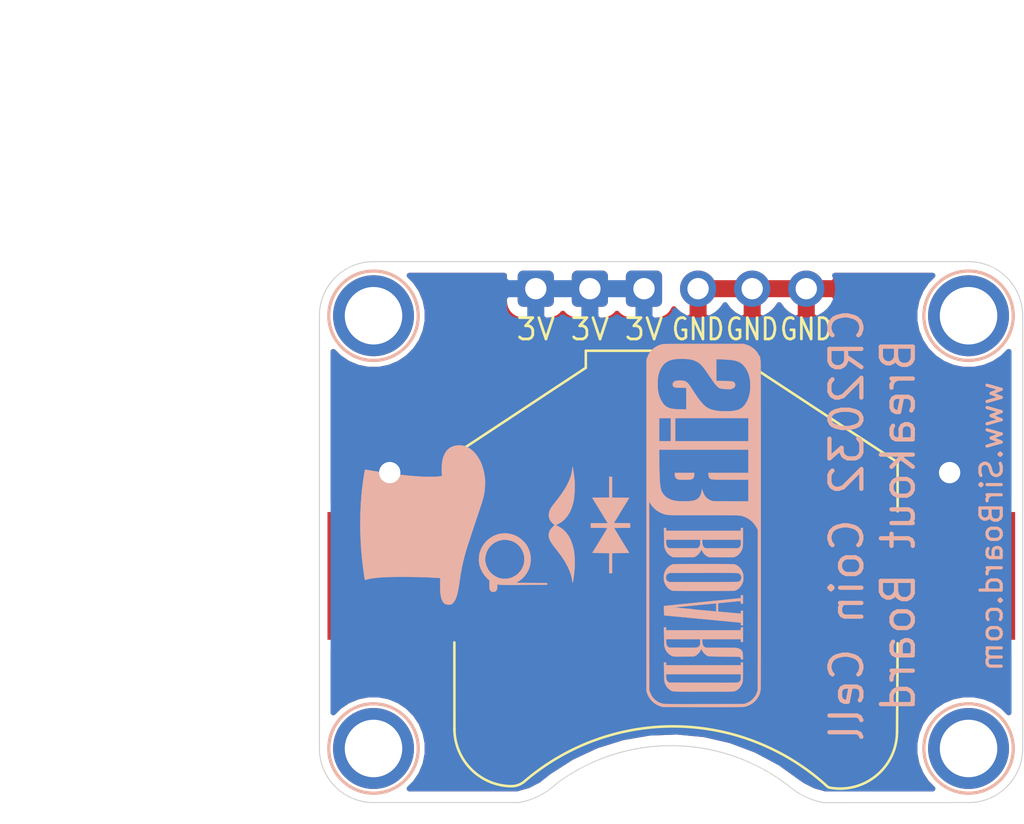
<source format=kicad_pcb>
(kicad_pcb (version 20171130) (host pcbnew "(5.1.2)-2")

  (general
    (thickness 1.6)
    (drawings 26)
    (tracks 6)
    (zones 0)
    (modules 8)
    (nets 3)
  )

  (page User 132.004 102.006)
  (title_block
    (title "CR2032 Breakout")
    (date 2019-10-26)
    (rev 1)
    (company SirBoard)
    (comment 1 "Keystone 3008")
    (comment 2 "DIP 2.54mm")
  )

  (layers
    (0 F.Cu signal)
    (31 B.Cu signal)
    (32 B.Adhes user hide)
    (33 F.Adhes user hide)
    (34 B.Paste user hide)
    (35 F.Paste user hide)
    (36 B.SilkS user)
    (37 F.SilkS user)
    (38 B.Mask user hide)
    (39 F.Mask user hide)
    (40 Dwgs.User user)
    (41 Cmts.User user hide)
    (42 Eco1.User user hide)
    (43 Eco2.User user hide)
    (44 Edge.Cuts user)
    (45 Margin user hide)
    (46 B.CrtYd user hide)
    (47 F.CrtYd user hide)
    (48 B.Fab user hide)
    (49 F.Fab user hide)
  )

  (setup
    (last_trace_width 0.127)
    (user_trace_width 0.2)
    (user_trace_width 0.25)
    (user_trace_width 0.3)
    (user_trace_width 0.4)
    (user_trace_width 0.45)
    (user_trace_width 0.5)
    (user_trace_width 0.6)
    (user_trace_width 0.7)
    (user_trace_width 0.8)
    (user_trace_width 0.9)
    (user_trace_width 1)
    (trace_clearance 0.127)
    (zone_clearance 0.5)
    (zone_45_only no)
    (trace_min 0.127)
    (via_size 0.6)
    (via_drill 0.3)
    (via_min_size 0.6)
    (via_min_drill 0.3)
    (user_via 0.8 0.4)
    (user_via 1 0.6)
    (user_via 2 1)
    (uvia_size 0.4)
    (uvia_drill 0.2)
    (uvias_allowed no)
    (uvia_min_size 0.4)
    (uvia_min_drill 0.1)
    (edge_width 0.05)
    (segment_width 0.2)
    (pcb_text_width 0.3)
    (pcb_text_size 1.5 1.5)
    (mod_edge_width 0.12)
    (mod_text_size 1 1)
    (mod_text_width 0.15)
    (pad_size 1.7 1.7)
    (pad_drill 1)
    (pad_to_mask_clearance 0)
    (solder_mask_min_width 0.1)
    (aux_axis_origin 0 0)
    (visible_elements 7FFFFFFF)
    (pcbplotparams
      (layerselection 0x010fc_ffffffff)
      (usegerberextensions false)
      (usegerberattributes false)
      (usegerberadvancedattributes false)
      (creategerberjobfile false)
      (excludeedgelayer true)
      (linewidth 0.100000)
      (plotframeref false)
      (viasonmask false)
      (mode 1)
      (useauxorigin false)
      (hpglpennumber 1)
      (hpglpenspeed 20)
      (hpglpendiameter 15.000000)
      (psnegative false)
      (psa4output false)
      (plotreference true)
      (plotvalue true)
      (plotinvisibletext false)
      (padsonsilk false)
      (subtractmaskfromsilk false)
      (outputformat 1)
      (mirror false)
      (drillshape 1)
      (scaleselection 1)
      (outputdirectory ""))
  )

  (net 0 "")
  (net 1 GND)
  (net 2 +3V0)

  (net_class Default "This is the default net class."
    (clearance 0.127)
    (trace_width 0.127)
    (via_dia 0.6)
    (via_drill 0.3)
    (uvia_dia 0.4)
    (uvia_drill 0.2)
    (add_net +3V0)
    (add_net GND)
  )

  (module logo:SirBoard171x54 (layer B.Cu) (tedit 0) (tstamp 5DB52A35)
    (at 67.437 40.1955 270)
    (fp_text reference G*** (at 0 0 90) (layer B.SilkS) hide
      (effects (font (size 1.524 1.524) (thickness 0.3)) (justify mirror))
    )
    (fp_text value LOGO (at 0.75 0 90) (layer B.SilkS) hide
      (effects (font (size 1.524 1.524) (thickness 0.3)) (justify mirror))
    )
    (fp_poly (pts (xy -2.321508 1.339583) (xy -2.254594 1.316514) (xy -2.203454 1.278238) (xy -2.16832 1.224898)
      (xy -2.15837 1.197962) (xy -2.153195 1.168907) (xy -2.148955 1.12194) (xy -2.145685 1.06122)
      (xy -2.143415 0.990903) (xy -2.142181 0.915147) (xy -2.142014 0.838109) (xy -2.142948 0.763947)
      (xy -2.145016 0.696818) (xy -2.148251 0.64088) (xy -2.152685 0.600289) (xy -2.153583 0.595095)
      (xy -2.171443 0.535331) (xy -2.201012 0.490728) (xy -2.244431 0.459727) (xy -2.303842 0.440773)
      (xy -2.377108 0.432503) (xy -2.462695 0.428357) (xy -2.462695 1.347305) (xy -2.403961 1.347305)
      (xy -2.321508 1.339583)) (layer B.SilkS) (width 0.01))
    (fp_poly (pts (xy 6.866283 1.852252) (xy 6.980474 1.85063) (xy 7.074816 1.84892) (xy 7.151546 1.847014)
      (xy 7.212904 1.844806) (xy 7.261126 1.842187) (xy 7.29845 1.839053) (xy 7.327114 1.835294)
      (xy 7.349357 1.830805) (xy 7.356908 1.828795) (xy 7.467848 1.787656) (xy 7.567017 1.731879)
      (xy 7.652316 1.663289) (xy 7.721647 1.583708) (xy 7.772912 1.494961) (xy 7.789362 1.453011)
      (xy 7.792061 1.443646) (xy 7.794484 1.431608) (xy 7.796647 1.415733) (xy 7.798563 1.394858)
      (xy 7.800248 1.367821) (xy 7.801716 1.333458) (xy 7.802981 1.290607) (xy 7.804059 1.238104)
      (xy 7.804964 1.174787) (xy 7.80571 1.099492) (xy 7.806313 1.011056) (xy 7.806786 0.908316)
      (xy 7.807146 0.79011) (xy 7.807405 0.655274) (xy 7.807579 0.502646) (xy 7.807683 0.331062)
      (xy 7.807731 0.139359) (xy 7.807739 -0.00576) (xy 7.807731 -0.210879) (xy 7.807694 -0.395093)
      (xy 7.807612 -0.559583) (xy 7.807467 -0.705532) (xy 7.807241 -0.83412) (xy 7.806919 -0.946529)
      (xy 7.806482 -1.043942) (xy 7.805912 -1.12754) (xy 7.805194 -1.198503) (xy 7.804309 -1.258016)
      (xy 7.803241 -1.307257) (xy 7.801971 -1.347411) (xy 7.800484 -1.379657) (xy 7.798761 -1.405179)
      (xy 7.796785 -1.425157) (xy 7.794539 -1.440773) (xy 7.792005 -1.453209) (xy 7.789168 -1.463646)
      (xy 7.786311 -1.472388) (xy 7.745024 -1.559777) (xy 7.684943 -1.64052) (xy 7.608965 -1.712148)
      (xy 7.519987 -1.772191) (xy 7.420902 -1.81818) (xy 7.357475 -1.838086) (xy 7.336302 -1.84266)
      (xy 7.310053 -1.846381) (xy 7.276443 -1.849329) (xy 7.233187 -1.851585) (xy 7.178003 -1.853228)
      (xy 7.108604 -1.854338) (xy 7.022708 -1.854994) (xy 6.918029 -1.855277) (xy 6.864689 -1.855304)
      (xy 6.438348 -1.855304) (xy 6.438348 -1.757714) (xy 6.990522 -1.757714) (xy 7.12758 -1.754053)
      (xy 7.184998 -1.752307) (xy 7.225092 -1.750025) (xy 7.25262 -1.746217) (xy 7.272342 -1.739895)
      (xy 7.289014 -1.730069) (xy 7.305874 -1.716984) (xy 7.336242 -1.687577) (xy 7.362005 -1.654699)
      (xy 7.3677 -1.645201) (xy 7.370515 -1.639355) (xy 7.373057 -1.632112) (xy 7.375339 -1.622393)
      (xy 7.377372 -1.609117) (xy 7.379168 -1.591204) (xy 7.380738 -1.567577) (xy 7.382093 -1.537153)
      (xy 7.383246 -1.498855) (xy 7.384208 -1.451603) (xy 7.38499 -1.394316) (xy 7.385605 -1.325915)
      (xy 7.386063 -1.245321) (xy 7.386376 -1.151453) (xy 7.386557 -1.043233) (xy 7.386616 -0.91958)
      (xy 7.386565 -0.779416) (xy 7.386416 -0.621659) (xy 7.38618 -0.445232) (xy 7.385869 -0.249053)
      (xy 7.385494 -0.032044) (xy 7.385428 0.005522) (xy 7.382565 1.61787) (xy 7.351309 1.658727)
      (xy 7.315173 1.696485) (xy 7.270926 1.723524) (xy 7.214722 1.741325) (xy 7.142715 1.751371)
      (xy 7.104597 1.753735) (xy 6.990522 1.758809) (xy 6.990522 -1.757714) (xy 6.438348 -1.757714)
      (xy 6.438348 -1.755913) (xy 6.57087 -1.755913) (xy 6.57087 1.755913) (xy 6.438348 1.755913)
      (xy 6.438348 1.857779) (xy 6.866283 1.852252)) (layer B.SilkS) (width 0.01))
    (fp_poly (pts (xy 5.220805 1.852252) (xy 5.334996 1.85063) (xy 5.429337 1.84892) (xy 5.506068 1.847014)
      (xy 5.567426 1.844806) (xy 5.615647 1.842187) (xy 5.652971 1.839053) (xy 5.681636 1.835294)
      (xy 5.703878 1.830805) (xy 5.71143 1.828795) (xy 5.822532 1.787613) (xy 5.921728 1.731828)
      (xy 6.006965 1.663233) (xy 6.076189 1.583623) (xy 6.127347 1.49479) (xy 6.144533 1.450464)
      (xy 6.149149 1.434589) (xy 6.152912 1.416142) (xy 6.155888 1.392941) (xy 6.15814 1.36281)
      (xy 6.159731 1.323567) (xy 6.160725 1.273034) (xy 6.161186 1.209032) (xy 6.161178 1.12938)
      (xy 6.160766 1.031901) (xy 6.160053 0.920377) (xy 6.156739 0.447261) (xy 6.120921 0.374052)
      (xy 6.077436 0.30493) (xy 6.018081 0.238578) (xy 5.948863 0.180814) (xy 5.877518 0.138273)
      (xy 5.84328 0.120995) (xy 5.81868 0.106642) (xy 5.808881 0.098234) (xy 5.80887 0.09809)
      (xy 5.818117 0.089617) (xy 5.840508 0.079486) (xy 5.841871 0.079005) (xy 5.895224 0.053458)
      (xy 5.953675 0.014181) (xy 6.010838 -0.033687) (xy 6.060329 -0.085009) (xy 6.084119 -0.115956)
      (xy 6.098301 -0.136486) (xy 6.110505 -0.15468) (xy 6.12089 -0.17229) (xy 6.129619 -0.191067)
      (xy 6.136853 -0.212764) (xy 6.142751 -0.239132) (xy 6.147476 -0.271924) (xy 6.151187 -0.312891)
      (xy 6.154048 -0.363785) (xy 6.156217 -0.426358) (xy 6.157856 -0.502362) (xy 6.159127 -0.593549)
      (xy 6.160189 -0.70167) (xy 6.161205 -0.828478) (xy 6.162261 -0.966304) (xy 6.163411 -1.111901)
      (xy 6.164496 -1.237049) (xy 6.165629 -1.343386) (xy 6.166925 -1.432549) (xy 6.168499 -1.506176)
      (xy 6.170465 -1.565905) (xy 6.172939 -1.613372) (xy 6.176033 -1.650215) (xy 6.179864 -1.678072)
      (xy 6.184545 -1.69858) (xy 6.190192 -1.713377) (xy 6.196919 -1.7241) (xy 6.204839 -1.732386)
      (xy 6.214069 -1.739874) (xy 6.216521 -1.741757) (xy 6.240684 -1.752147) (xy 6.264413 -1.755562)
      (xy 6.282976 -1.757457) (xy 6.29186 -1.766542) (xy 6.294606 -1.788773) (xy 6.294783 -1.806644)
      (xy 6.294783 -1.857375) (xy 6.137413 -1.852837) (xy 6.070912 -1.85042) (xy 6.021879 -1.847179)
      (xy 5.985693 -1.842491) (xy 5.957736 -1.835732) (xy 5.93339 -1.826277) (xy 5.930348 -1.824864)
      (xy 5.867149 -1.785048) (xy 5.818265 -1.731272) (xy 5.78285 -1.662113) (xy 5.760059 -1.576146)
      (xy 5.75312 -1.526281) (xy 5.751275 -1.49771) (xy 5.749533 -1.449346) (xy 5.747923 -1.383484)
      (xy 5.746478 -1.302418) (xy 5.745228 -1.208444) (xy 5.744204 -1.103855) (xy 5.743438 -0.990946)
      (xy 5.742961 -0.872011) (xy 5.742805 -0.766923) (xy 5.742609 -0.103715) (xy 5.710731 -0.053449)
      (xy 5.679 -0.013144) (xy 5.640092 0.016132) (xy 5.590253 0.035967) (xy 5.525727 0.047952)
      (xy 5.459119 0.053039) (xy 5.345044 0.058113) (xy 5.345044 -1.755913) (xy 5.477565 -1.755913)
      (xy 5.477565 -1.855304) (xy 4.79287 -1.855304) (xy 4.79287 -1.755913) (xy 4.925392 -1.755913)
      (xy 4.925392 0.152808) (xy 5.345044 0.152808) (xy 5.482102 0.156469) (xy 5.53952 0.158215)
      (xy 5.579614 0.160497) (xy 5.607142 0.164305) (xy 5.626864 0.170627) (xy 5.643536 0.180453)
      (xy 5.660396 0.193538) (xy 5.677115 0.206807) (xy 5.69142 0.21863) (xy 5.703492 0.230743)
      (xy 5.71351 0.244881) (xy 5.721655 0.262781) (xy 5.728108 0.286179) (xy 5.733048 0.316811)
      (xy 5.736655 0.356414) (xy 5.73911 0.406722) (xy 5.740593 0.469473) (xy 5.741284 0.546401)
      (xy 5.741363 0.639244) (xy 5.74101 0.749738) (xy 5.740406 0.879618) (xy 5.740029 0.960783)
      (xy 5.737087 1.61787) (xy 5.705831 1.658727) (xy 5.669695 1.696485) (xy 5.625448 1.723524)
      (xy 5.569244 1.741325) (xy 5.497237 1.751371) (xy 5.459119 1.753735) (xy 5.345044 1.758809)
      (xy 5.345044 0.152808) (xy 4.925392 0.152808) (xy 4.925392 1.755913) (xy 4.79287 1.755913)
      (xy 4.79287 1.857779) (xy 5.220805 1.852252)) (layer B.SilkS) (width 0.01))
    (fp_poly (pts (xy 3.922954 1.856401) (xy 3.98156 1.85579) (xy 4.041945 1.854693) (xy 4.100081 1.853182)
      (xy 4.151942 1.851328) (xy 4.193499 1.849205) (xy 4.220724 1.846884) (xy 4.229652 1.844622)
      (xy 4.230679 1.831905) (xy 4.233671 1.798625) (xy 4.238491 1.746207) (xy 4.245005 1.676074)
      (xy 4.253077 1.589651) (xy 4.262573 1.488362) (xy 4.273357 1.373632) (xy 4.285293 1.246884)
      (xy 4.298248 1.109543) (xy 4.312085 0.963032) (xy 4.326669 0.808777) (xy 4.341865 0.648202)
      (xy 4.357539 0.48273) (xy 4.373554 0.313786) (xy 4.389775 0.142793) (xy 4.406068 -0.028822)
      (xy 4.422297 -0.199638) (xy 4.438327 -0.368229) (xy 4.454023 -0.53317) (xy 4.469249 -0.693039)
      (xy 4.48387 -0.846411) (xy 4.497752 -0.99186) (xy 4.510758 -1.127964) (xy 4.522754 -1.253299)
      (xy 4.533605 -1.366439) (xy 4.543175 -1.46596) (xy 4.551329 -1.550439) (xy 4.557932 -1.618451)
      (xy 4.562849 -1.668572) (xy 4.565944 -1.699378) (xy 4.566993 -1.708978) (xy 4.573354 -1.755913)
      (xy 4.693478 -1.755913) (xy 4.693478 -1.855304) (xy 4.008783 -1.855304) (xy 4.008783 -1.755913)
      (xy 4.075044 -1.755913) (xy 4.111722 -1.755454) (xy 4.13152 -1.752397) (xy 4.139641 -1.744216)
      (xy 4.141293 -1.728389) (xy 4.141305 -1.723791) (xy 4.140317 -1.70626) (xy 4.137494 -1.669162)
      (xy 4.133043 -1.61492) (xy 4.127172 -1.545958) (xy 4.12009 -1.464701) (xy 4.112004 -1.373574)
      (xy 4.103123 -1.274999) (xy 4.097131 -1.209261) (xy 4.087874 -1.107698) (xy 4.079275 -1.012454)
      (xy 4.071541 -0.925884) (xy 4.064879 -0.850341) (xy 4.059495 -0.788179) (xy 4.055596 -0.741752)
      (xy 4.053387 -0.713415) (xy 4.052957 -0.705774) (xy 4.051804 -0.698273) (xy 4.046352 -0.692798)
      (xy 4.03361 -0.68903) (xy 4.010588 -0.686653) (xy 3.974296 -0.68535) (xy 3.921743 -0.684803)
      (xy 3.854174 -0.684695) (xy 3.790674 -0.685055) (xy 3.735566 -0.686055) (xy 3.692335 -0.687574)
      (xy 3.664467 -0.689493) (xy 3.655392 -0.691531) (xy 3.654336 -0.70359) (xy 3.651313 -0.73541)
      (xy 3.646539 -0.784775) (xy 3.640232 -0.849466) (xy 3.632608 -0.927267) (xy 3.623883 -1.01596)
      (xy 3.614275 -1.113328) (xy 3.605696 -1.200037) (xy 3.595469 -1.303852) (xy 3.585952 -1.40159)
      (xy 3.577364 -1.490912) (xy 3.569924 -1.569482) (xy 3.563853 -1.634964) (xy 3.559369 -1.68502)
      (xy 3.556692 -1.717314) (xy 3.556 -1.72881) (xy 3.557646 -1.744338) (xy 3.566181 -1.752424)
      (xy 3.587004 -1.755476) (xy 3.616739 -1.755913) (xy 3.677478 -1.755913) (xy 3.677478 -1.855304)
      (xy 3.279913 -1.855304) (xy 3.279913 -1.756967) (xy 3.34853 -1.753679) (xy 3.417148 -1.750391)
      (xy 3.537313 -0.577021) (xy 3.666125 -0.577021) (xy 3.667909 -0.584069) (xy 3.675026 -0.58917)
      (xy 3.690513 -0.592635) (xy 3.717408 -0.594773) (xy 3.758749 -0.595895) (xy 3.817573 -0.596309)
      (xy 3.855695 -0.596348) (xy 4.044954 -0.596348) (xy 4.038546 -0.538369) (xy 4.036231 -0.515097)
      (xy 4.032252 -0.472442) (xy 4.026844 -0.413026) (xy 4.020241 -0.33947) (xy 4.012679 -0.254397)
      (xy 4.004391 -0.160428) (xy 3.995612 -0.060186) (xy 3.99085 -0.005521) (xy 3.981999 0.094567)
      (xy 3.973473 0.187731) (xy 3.965502 0.271692) (xy 3.958316 0.344172) (xy 3.952143 0.402894)
      (xy 3.947213 0.44558) (xy 3.943756 0.469952) (xy 3.942449 0.47487) (xy 3.939965 0.486729)
      (xy 3.935899 0.518211) (xy 3.930491 0.566929) (xy 3.923986 0.630495) (xy 3.916625 0.706521)
      (xy 3.90865 0.792619) (xy 3.900303 0.8864) (xy 3.897921 0.913848) (xy 3.889546 1.009095)
      (xy 3.881511 1.097102) (xy 3.874054 1.175522) (xy 3.86741 1.242008) (xy 3.861816 1.294211)
      (xy 3.85751 1.329783) (xy 3.854727 1.346377) (xy 3.854236 1.347305) (xy 3.85249 1.33663)
      (xy 3.848847 1.305886) (xy 3.843494 1.256991) (xy 3.83662 1.191863) (xy 3.828412 1.112422)
      (xy 3.819057 1.020585) (xy 3.808742 0.918272) (xy 3.797657 0.807401) (xy 3.785987 0.689891)
      (xy 3.773921 0.567661) (xy 3.761645 0.442629) (xy 3.749349 0.316713) (xy 3.737219 0.191833)
      (xy 3.725442 0.069907) (xy 3.714207 -0.047147) (xy 3.7037 -0.157409) (xy 3.69411 -0.258961)
      (xy 3.685624 -0.349884) (xy 3.67843 -0.42826) (xy 3.672715 -0.49217) (xy 3.668666 -0.539695)
      (xy 3.666471 -0.568917) (xy 3.666125 -0.577021) (xy 3.537313 -0.577021) (xy 3.601496 0.049696)
      (xy 3.621687 0.246816) (xy 3.641273 0.437935) (xy 3.660135 0.6219) (xy 3.678153 0.79756)
      (xy 3.695211 0.963763) (xy 3.711189 1.11936) (xy 3.725969 1.263197) (xy 3.739432 1.394123)
      (xy 3.751461 1.510988) (xy 3.761937 1.612639) (xy 3.770741 1.697926) (xy 3.777755 1.765697)
      (xy 3.782861 1.8148) (xy 3.78594 1.844084) (xy 3.786878 1.852544) (xy 3.79809 1.854598)
      (xy 3.827191 1.855877) (xy 3.870155 1.856454) (xy 3.922954 1.856401)) (layer B.SilkS) (width 0.01))
    (fp_poly (pts (xy 0.549413 1.852252) (xy 0.660207 1.850769) (xy 0.751367 1.849283) (xy 0.825347 1.847661)
      (xy 0.8846 1.845771) (xy 0.93158 1.843482) (xy 0.96874 1.840661) (xy 0.998533 1.837176)
      (xy 1.023412 1.832896) (xy 1.045832 1.827688) (xy 1.055768 1.825007) (xy 1.16558 1.784512)
      (xy 1.264283 1.728211) (xy 1.349357 1.658056) (xy 1.418277 1.575998) (xy 1.453078 1.517481)
      (xy 1.496392 1.43213) (xy 1.496392 0.447261) (xy 1.460573 0.374052) (xy 1.417088 0.30493)
      (xy 1.357733 0.238578) (xy 1.288515 0.180814) (xy 1.21717 0.138273) (xy 1.182979 0.121239)
      (xy 1.158419 0.107485) (xy 1.148627 0.099896) (xy 1.148615 0.09977) (xy 1.157692 0.092164)
      (xy 1.181602 0.077455) (xy 1.215509 0.058584) (xy 1.221837 0.055218) (xy 1.305024 0.001498)
      (xy 1.377842 -0.064812) (xy 1.435746 -0.139161) (xy 1.460524 -0.183789) (xy 1.496392 -0.259521)
      (xy 1.499534 -0.832545) (xy 1.50018 -0.961698) (xy 1.500554 -1.070695) (xy 1.50061 -1.161467)
      (xy 1.500301 -1.235943) (xy 1.499579 -1.296054) (xy 1.4984 -1.34373) (xy 1.496716 -1.380901)
      (xy 1.494481 -1.409498) (xy 1.491649 -1.431449) (xy 1.488172 -1.448687) (xy 1.48437 -1.462024)
      (xy 1.443961 -1.551934) (xy 1.384646 -1.634594) (xy 1.309033 -1.707744) (xy 1.219733 -1.769126)
      (xy 1.119354 -1.81648) (xy 1.04929 -1.838698) (xy 1.028286 -1.843115) (xy 1.001245 -1.846716)
      (xy 0.965968 -1.849574) (xy 0.920251 -1.851762) (xy 0.861893 -1.853354) (xy 0.788693 -1.854424)
      (xy 0.698448 -1.855045) (xy 0.588958 -1.855292) (xy 0.553341 -1.855304) (xy 0.121478 -1.855304)
      (xy 0.121478 -1.755913) (xy 0.254 -1.755913) (xy 0.673652 -1.755913) (xy 0.797166 -1.755913)
      (xy 0.856068 -1.755186) (xy 0.898503 -1.752509) (xy 0.930058 -1.747139) (xy 0.956321 -1.738334)
      (xy 0.967453 -1.73327) (xy 1.004618 -1.709298) (xy 1.038686 -1.677952) (xy 1.045483 -1.66977)
      (xy 1.076739 -1.628913) (xy 1.076739 -0.092256) (xy 1.047098 -0.047466) (xy 1.015315 -0.009358)
      (xy 0.975487 0.018416) (xy 0.924048 0.037268) (xy 0.857431 0.04861) (xy 0.792986 0.053138)
      (xy 0.673652 0.058055) (xy 0.673652 -1.755913) (xy 0.254 -1.755913) (xy 0.254 0.154609)
      (xy 0.673652 0.154609) (xy 0.797166 0.154609) (xy 0.856068 0.155336) (xy 0.898503 0.158013)
      (xy 0.930058 0.163383) (xy 0.956321 0.172188) (xy 0.967453 0.177252) (xy 1.004618 0.201224)
      (xy 1.038686 0.23257) (xy 1.045483 0.240752) (xy 1.076739 0.281609) (xy 1.076739 1.608439)
      (xy 1.047098 1.65323) (xy 1.015315 1.691338) (xy 0.975487 1.719112) (xy 0.924048 1.737964)
      (xy 0.857431 1.749306) (xy 0.792986 1.753834) (xy 0.673652 1.75875) (xy 0.673652 0.154609)
      (xy 0.254 0.154609) (xy 0.254 1.755913) (xy 0.121478 1.755913) (xy 0.121478 1.857625)
      (xy 0.549413 1.852252)) (layer B.SilkS) (width 0.01))
    (fp_poly (pts (xy 2.518098 1.8647) (xy 2.600919 1.854629) (xy 2.641654 1.845193) (xy 2.746545 1.805909)
      (xy 2.841854 1.751834) (xy 2.924874 1.685311) (xy 2.992898 1.608682) (xy 3.043219 1.524288)
      (xy 3.059703 1.483432) (xy 3.062809 1.473859) (xy 3.065599 1.463364) (xy 3.068092 1.450775)
      (xy 3.070302 1.434921) (xy 3.072248 1.414629) (xy 3.073946 1.388729) (xy 3.075413 1.356049)
      (xy 3.076665 1.315417) (xy 3.077721 1.265661) (xy 3.078595 1.205611) (xy 3.079307 1.134094)
      (xy 3.079871 1.049939) (xy 3.080306 0.951974) (xy 3.080628 0.839027) (xy 3.080853 0.709928)
      (xy 3.080999 0.563505) (xy 3.081083 0.398585) (xy 3.081121 0.213997) (xy 3.081131 0.008571)
      (xy 3.081131 -0.005521) (xy 3.081122 -0.212342) (xy 3.081087 -0.398248) (xy 3.081006 -0.564409)
      (xy 3.080865 -0.711999) (xy 3.080645 -0.842188) (xy 3.08033 -0.956148) (xy 3.079903 -1.05505)
      (xy 3.079348 -1.140067) (xy 3.078646 -1.212369) (xy 3.077783 -1.273129) (xy 3.07674 -1.323517)
      (xy 3.0755 -1.364707) (xy 3.074048 -1.397868) (xy 3.072365 -1.424173) (xy 3.070436 -1.444793)
      (xy 3.068244 -1.4609) (xy 3.06577 -1.473666) (xy 3.062999 -1.484261) (xy 3.059914 -1.493859)
      (xy 3.059703 -1.494475) (xy 3.018415 -1.581864) (xy 2.958334 -1.662607) (xy 2.882357 -1.734235)
      (xy 2.793378 -1.794278) (xy 2.694293 -1.840267) (xy 2.630867 -1.860173) (xy 2.571224 -1.870699)
      (xy 2.498821 -1.876062) (xy 2.421363 -1.876347) (xy 2.346559 -1.871638) (xy 2.282116 -1.862022)
      (xy 2.258392 -1.856068) (xy 2.151035 -1.815974) (xy 2.058797 -1.763234) (xy 1.97701 -1.695018)
      (xy 1.954344 -1.671681) (xy 1.905596 -1.614072) (xy 1.870315 -1.55845) (xy 1.842908 -1.495642)
      (xy 1.837338 -1.479826) (xy 1.834324 -1.470266) (xy 1.831617 -1.459439) (xy 1.829201 -1.446168)
      (xy 1.82706 -1.429279) (xy 1.825177 -1.407596) (xy 1.823534 -1.379945) (xy 1.822117 -1.345149)
      (xy 1.820909 -1.302033) (xy 1.819892 -1.249422) (xy 1.81905 -1.186141) (xy 1.818368 -1.111014)
      (xy 1.817828 -1.022867) (xy 1.817414 -0.920523) (xy 1.81711 -0.802807) (xy 1.816898 -0.668545)
      (xy 1.816764 -0.51656) (xy 1.816733 -0.444731) (xy 2.232794 -0.444731) (xy 2.232809 -0.652184)
      (xy 2.23302 -0.839897) (xy 2.233426 -1.00761) (xy 2.234024 -1.15506) (xy 2.234815 -1.281987)
      (xy 2.235796 -1.388129) (xy 2.236967 -1.473225) (xy 2.238326 -1.537013) (xy 2.239871 -1.579232)
      (xy 2.241565 -1.599424) (xy 2.253175 -1.641261) (xy 2.270213 -1.680081) (xy 2.279892 -1.695386)
      (xy 2.326049 -1.738809) (xy 2.38296 -1.766106) (xy 2.445524 -1.776529) (xy 2.508642 -1.76933)
      (xy 2.567213 -1.74376) (xy 2.574806 -1.738639) (xy 2.606828 -1.710975) (xy 2.633729 -1.679407)
      (xy 2.64101 -1.667737) (xy 2.643806 -1.661832) (xy 2.646335 -1.654428) (xy 2.648611 -1.644448)
      (xy 2.650648 -1.630814) (xy 2.652457 -1.612448) (xy 2.654054 -1.588273) (xy 2.655451 -1.557211)
      (xy 2.656661 -1.518186) (xy 2.657698 -1.470118) (xy 2.658575 -1.411932) (xy 2.659305 -1.342548)
      (xy 2.659902 -1.26089) (xy 2.660379 -1.16588) (xy 2.660749 -1.05644) (xy 2.661027 -0.931494)
      (xy 2.661224 -0.789962) (xy 2.661354 -0.630769) (xy 2.661431 -0.452835) (xy 2.661468 -0.255084)
      (xy 2.661478 -0.036439) (xy 2.661478 1.605375) (xy 2.638054 1.653764) (xy 2.60254 1.706263)
      (xy 2.554846 1.741017) (xy 2.493777 1.758714) (xy 2.451652 1.761435) (xy 2.383194 1.753759)
      (xy 2.32877 1.729832) (xy 2.286112 1.688307) (xy 2.26249 1.648968) (xy 2.236305 1.595783)
      (xy 2.233358 0.028348) (xy 2.232977 -0.2178) (xy 2.232794 -0.444731) (xy 1.816733 -0.444731)
      (xy 1.816689 -0.345678) (xy 1.816657 -0.154723) (xy 1.816652 -0.005521) (xy 1.816662 0.200401)
      (xy 1.816702 0.385412) (xy 1.816789 0.550688) (xy 1.816939 0.697404) (xy 1.81717 0.826736)
      (xy 1.817498 0.93986) (xy 1.81794 1.037952) (xy 1.818513 1.122186) (xy 1.819233 1.19374)
      (xy 1.820117 1.253789) (xy 1.821181 1.303508) (xy 1.822443 1.344074) (xy 1.823919 1.376661)
      (xy 1.825627 1.402446) (xy 1.827581 1.422605) (xy 1.829801 1.438314) (xy 1.832301 1.450747)
      (xy 1.835099 1.461081) (xy 1.837617 1.468783) (xy 1.881832 1.5638) (xy 1.944669 1.649635)
      (xy 2.023861 1.724289) (xy 2.117145 1.785763) (xy 2.222256 1.832059) (xy 2.263992 1.845025)
      (xy 2.340902 1.859895) (xy 2.428515 1.866454) (xy 2.518098 1.8647)) (layer B.SilkS) (width 0.01))
    (fp_poly (pts (xy 7.879522 2.647887) (xy 8.015389 2.590272) (xy 8.138501 2.515044) (xy 8.247786 2.423334)
      (xy 8.342174 2.316271) (xy 8.420596 2.194985) (xy 8.481979 2.060606) (xy 8.506896 1.985639)
      (xy 8.530492 1.905) (xy 8.533855 0.044174) (xy 8.534286 -0.227828) (xy 8.534555 -0.478058)
      (xy 8.534661 -0.706832) (xy 8.534602 -0.914464) (xy 8.534377 -1.101269) (xy 8.533985 -1.267562)
      (xy 8.533425 -1.413657) (xy 8.532694 -1.53987) (xy 8.531792 -1.646515) (xy 8.530717 -1.733907)
      (xy 8.529468 -1.802361) (xy 8.528043 -1.852192) (xy 8.526441 -1.883715) (xy 8.525397 -1.893956)
      (xy 8.493386 -2.031112) (xy 8.440712 -2.161517) (xy 8.368202 -2.28351) (xy 8.276688 -2.395427)
      (xy 8.273798 -2.398465) (xy 8.168296 -2.495367) (xy 8.055591 -2.572015) (xy 7.93339 -2.629687)
      (xy 7.799403 -2.669662) (xy 7.780846 -2.673657) (xy 7.773995 -2.674986) (xy 7.766277 -2.676256)
      (xy 7.757204 -2.67747) (xy 7.746285 -2.678627) (xy 7.733031 -2.67973) (xy 7.716952 -2.68078)
      (xy 7.697558 -2.681778) (xy 7.67436 -2.682724) (xy 7.646868 -2.683622) (xy 7.614592 -2.68447)
      (xy 7.577044 -2.685272) (xy 7.533732 -2.686028) (xy 7.484168 -2.68674) (xy 7.427862 -2.687408)
      (xy 7.364324 -2.688034) (xy 7.293065 -2.688619) (xy 7.213595 -2.689165) (xy 7.125423 -2.689672)
      (xy 7.028062 -2.690142) (xy 6.92102 -2.690576) (xy 6.803809 -2.690976) (xy 6.675938 -2.691342)
      (xy 6.536918 -2.691677) (xy 6.38626 -2.69198) (xy 6.223473 -2.692254) (xy 6.048068 -2.692499)
      (xy 5.859556 -2.692718) (xy 5.657446 -2.69291) (xy 5.44125 -2.693078) (xy 5.210477 -2.693222)
      (xy 4.964637 -2.693345) (xy 4.703242 -2.693446) (xy 4.425801 -2.693528) (xy 4.131826 -2.693592)
      (xy 3.820825 -2.693638) (xy 3.49231 -2.693669) (xy 3.14579 -2.693684) (xy 2.780777 -2.693687)
      (xy 2.39678 -2.693677) (xy 1.993311 -2.693657) (xy 1.569878 -2.693627) (xy 1.125993 -2.693588)
      (xy 0.661166 -2.693542) (xy 0.174908 -2.693491) (xy 0.005522 -2.693472) (xy -0.496093 -2.693412)
      (xy -0.976083 -2.693344) (xy -1.434911 -2.693267) (xy -1.87304 -2.693181) (xy -2.290932 -2.693083)
      (xy -2.68905 -2.692974) (xy -3.067857 -2.692852) (xy -3.427815 -2.692716) (xy -3.769386 -2.692565)
      (xy -4.093033 -2.692399) (xy -4.399219 -2.692216) (xy -4.688406 -2.692015) (xy -4.961057 -2.691796)
      (xy -5.217634 -2.691557) (xy -5.4586 -2.691297) (xy -5.684418 -2.691016) (xy -5.895549 -2.690713)
      (xy -6.092457 -2.690386) (xy -6.275605 -2.690034) (xy -6.445454 -2.689657) (xy -6.602467 -2.689254)
      (xy -6.747107 -2.688823) (xy -6.879837 -2.688363) (xy -7.001119 -2.687875) (xy -7.111415 -2.687356)
      (xy -7.211188 -2.686805) (xy -7.300901 -2.686223) (xy -7.381016 -2.685607) (xy -7.451996 -2.684957)
      (xy -7.514303 -2.684271) (xy -7.5684 -2.68355) (xy -7.614749 -2.682791) (xy -7.653814 -2.681994)
      (xy -7.686056 -2.681158) (xy -7.711938 -2.680282) (xy -7.731923 -2.679365) (xy -7.746473 -2.678405)
      (xy -7.756052 -2.677403) (xy -7.758043 -2.67709) (xy -7.803147 -2.668357) (xy -7.842471 -2.659317)
      (xy -7.868725 -2.651679) (xy -7.871759 -2.650473) (xy -7.895448 -2.641616) (xy -7.906527 -2.640309)
      (xy -7.901415 -2.646704) (xy -7.897409 -2.649384) (xy -7.893423 -2.655912) (xy -7.910397 -2.657556)
      (xy -7.915974 -2.657338) (xy -7.942713 -2.653504) (xy -7.958489 -2.646931) (xy -7.957966 -2.642735)
      (xy -7.949324 -2.645082) (xy -7.930925 -2.645973) (xy -7.925113 -2.641685) (xy -7.930382 -2.631737)
      (xy -7.950947 -2.618127) (xy -7.965409 -2.611169) (xy -8.084262 -2.547721) (xy -8.192863 -2.466033)
      (xy -8.2894 -2.368277) (xy -8.372059 -2.256626) (xy -8.439026 -2.133251) (xy -8.488489 -2.000325)
      (xy -8.495067 -1.976782) (xy -8.520043 -1.882913) (xy -8.520043 -0.005521) (xy -8.520033 0.233993)
      (xy -8.519996 0.452439) (xy -8.519921 0.650834) (xy -8.5198 0.830197) (xy -8.519642 0.972158)
      (xy -7.816409 0.972158) (xy -7.815378 0.925948) (xy -7.810418 0.80531) (xy -7.802029 0.702371)
      (xy -7.789345 0.612894) (xy -7.7715 0.532641) (xy -7.747626 0.457374) (xy -7.716856 0.382854)
      (xy -7.694951 0.33719) (xy -7.668729 0.287232) (xy -7.641643 0.241548) (xy -7.611976 0.198587)
      (xy -7.578016 0.156799) (xy -7.538048 0.114632) (xy -7.490356 0.070536) (xy -7.433226 0.022959)
      (xy -7.364945 -0.02965) (xy -7.283796 -0.088841) (xy -7.188066 -0.156166) (xy -7.076041 -0.233175)
      (xy -7.029174 -0.265075) (xy -6.907447 -0.34796) (xy -6.802744 -0.420207) (xy -6.713754 -0.483498)
      (xy -6.639169 -0.539516) (xy -6.577679 -0.589941) (xy -6.527976 -0.636456) (xy -6.488749 -0.680743)
      (xy -6.458689 -0.724483) (xy -6.436488 -0.769359) (xy -6.420837 -0.817051) (xy -6.410425 -0.869243)
      (xy -6.403944 -0.927615) (xy -6.400085 -0.99385) (xy -6.397538 -1.069629) (xy -6.397335 -1.076739)
      (xy -6.395483 -1.149154) (xy -6.394814 -1.203648) (xy -6.395606 -1.244365) (xy -6.398139 -1.275452)
      (xy -6.402689 -1.301055) (xy -6.409536 -1.32532) (xy -6.415126 -1.341706) (xy -6.435662 -1.387466)
      (xy -6.46148 -1.42842) (xy -6.475425 -1.444753) (xy -6.500979 -1.466962) (xy -6.527003 -1.479303)
      (xy -6.562842 -1.485645) (xy -6.57747 -1.487003) (xy -6.641456 -1.484741) (xy -6.691443 -1.465824)
      (xy -6.728505 -1.429739) (xy -6.740441 -1.409406) (xy -6.752053 -1.373152) (xy -6.761673 -1.314962)
      (xy -6.769297 -1.234899) (xy -6.774921 -1.133024) (xy -6.778541 -1.009399) (xy -6.780152 -0.864086)
      (xy -6.780217 -0.842065) (xy -6.780695 -0.607391) (xy -7.796695 -0.607391) (xy -7.796451 -0.704021)
      (xy -7.795409 -0.780095) (xy -7.792813 -0.866299) (xy -7.788926 -0.95817) (xy -7.784011 -1.051244)
      (xy -7.778333 -1.141055) (xy -7.772154 -1.22314) (xy -7.765739 -1.293034) (xy -7.759351 -1.346273)
      (xy -7.758 -1.355153) (xy -7.734532 -1.476556) (xy -7.70522 -1.580064) (xy -7.668358 -1.669478)
      (xy -7.622238 -1.748596) (xy -7.565155 -1.821222) (xy -7.533765 -1.854483) (xy -7.430612 -1.945866)
      (xy -7.316852 -2.022278) (xy -7.190363 -2.084751) (xy -7.049025 -2.134316) (xy -6.890714 -2.172005)
      (xy -6.874565 -2.175032) (xy -6.804318 -2.184713) (xy -6.718402 -2.191578) (xy -6.62306 -2.195552)
      (xy -6.52454 -2.196563) (xy -6.429087 -2.194539) (xy -6.342946 -2.189404) (xy -6.278217 -2.182015)
      (xy -6.114492 -2.149506) (xy -5.966233 -2.10404) (xy -5.830155 -2.044327) (xy -5.702971 -1.969078)
      (xy -5.661925 -1.940277) (xy -5.591117 -1.882089) (xy -5.531015 -1.81773) (xy -5.480981 -1.745303)
      (xy -5.440377 -1.662913) (xy -5.408564 -1.568664) (xy -5.384906 -1.46066) (xy -5.368764 -1.337005)
      (xy -5.3595 -1.195803) (xy -5.356476 -1.035159) (xy -5.356475 -1.032565) (xy -5.360663 -0.850082)
      (xy -5.373592 -0.686485) (xy -5.395705 -0.54019) (xy -5.427442 -0.409614) (xy -5.469245 -0.293175)
      (xy -5.521556 -0.189289) (xy -5.584817 -0.096373) (xy -5.6335 -0.039519) (xy -5.703996 0.030802)
      (xy -5.788134 0.105148) (xy -5.887092 0.184405) (xy -6.00205 0.26946) (xy -6.134188 0.3612)
      (xy -6.284685 0.460513) (xy -6.376279 0.519044) (xy -6.474276 0.582083) (xy -6.554757 0.636602)
      (xy -6.61967 0.684525) (xy -6.670961 0.727778) (xy -6.710575 0.768284) (xy -6.740458 0.807969)
      (xy -6.762558 0.848757) (xy -6.778819 0.892575) (xy -6.787758 0.926024) (xy -6.797146 0.983156)
      (xy -6.802203 1.051672) (xy -6.803049 1.125035) (xy -6.799806 1.196707) (xy -6.792595 1.26015)
      (xy -6.781538 1.308826) (xy -6.780603 1.311569) (xy -6.75475 1.369882) (xy -6.723263 1.409291)
      (xy -6.682713 1.43287) (xy -6.633715 1.4433) (xy -6.594407 1.445762) (xy -6.567152 1.441882)
      (xy -6.542374 1.429784) (xy -6.532978 1.42358) (xy -6.513472 1.409388) (xy -6.498195 1.394831)
      (xy -6.486582 1.377101) (xy -6.47807 1.353393) (xy -6.472093 1.320899) (xy -6.468086 1.276813)
      (xy -6.465486 1.218328) (xy -6.463726 1.142638) (xy -6.462635 1.073979) (xy -6.458709 0.806174)
      (xy -5.441531 0.806174) (xy -5.447516 1.073979) (xy -5.452038 1.210707) (xy -5.459249 1.325218)
      (xy -5.035826 1.325218) (xy -5.035826 -2.109304) (xy -3.953565 -2.109304) (xy -3.556 -2.109304)
      (xy -2.462695 -2.109304) (xy -2.462695 -0.228757) (xy -2.374797 -0.234781) (xy -2.303145 -0.243646)
      (xy -2.249438 -0.260329) (xy -2.21033 -0.286769) (xy -2.182477 -0.324905) (xy -2.170043 -0.353468)
      (xy -2.165946 -0.365407) (xy -2.16238 -0.378226) (xy -2.1593 -0.393487) (xy -2.156664 -0.412754)
      (xy -2.154427 -0.437588) (xy -2.152546 -0.469554) (xy -2.150978 -0.510213) (xy -2.149679 -0.561129)
      (xy -2.148606 -0.623865) (xy -2.147715 -0.699982) (xy -2.146962 -0.791044) (xy -2.146304 -0.898614)
      (xy -2.145698 -1.024255) (xy -2.145099 -1.169529) (xy -2.144745 -1.261717) (xy -2.141534 -2.109304)
      (xy -1.125286 -2.109304) (xy -1.128621 -1.272761) (xy -1.129249 -1.117054) (xy -1.12984 -0.981854)
      (xy -1.130441 -0.86558) (xy -1.131103 -0.766653) (xy -1.131874 -0.683492) (xy -1.132804 -0.614518)
      (xy -1.133941 -0.558149) (xy -1.135335 -0.512806) (xy -1.137035 -0.476909) (xy -1.13909 -0.448878)
      (xy -1.14155 -0.427132) (xy -1.144462 -0.410092) (xy -1.147878 -0.396177) (xy -1.151845 -0.383807)
      (xy -1.156413 -0.371402) (xy -1.156675 -0.370705) (xy -1.209052 -0.260136) (xy -1.277342 -0.162034)
      (xy -1.309015 -0.12672) (xy -1.364758 -0.079848) (xy -1.438403 -0.034651) (xy -1.525775 0.00666)
      (xy -1.622696 0.041876) (xy -1.634435 0.045486) (xy -1.717261 0.070479) (xy -1.632536 0.083761)
      (xy -1.522468 0.106449) (xy -1.430374 0.137672) (xy -1.353403 0.178611) (xy -1.296837 0.22276)
      (xy -1.252266 0.271399) (xy -1.215243 0.329152) (xy -1.185322 0.397872) (xy -1.162056 0.479417)
      (xy -1.144996 0.575639) (xy -1.133696 0.688394) (xy -1.127708 0.819538) (xy -1.126435 0.929591)
      (xy -1.130988 1.103105) (xy -1.144971 1.257864) (xy -1.168871 1.395308) (xy -1.203172 1.516877)
      (xy -1.24836 1.624011) (xy -1.30492 1.71815) (xy -1.373339 1.800733) (xy -1.441174 1.862914)
      (xy -1.480594 1.893515) (xy -1.520277 1.920822) (xy -1.561676 1.94504) (xy -1.606242 1.966373)
      (xy -1.655426 1.985027) (xy -1.710679 2.001206) (xy -1.773452 2.015114) (xy -1.845198 2.026957)
      (xy -1.927366 2.036938) (xy -2.021409 2.045263) (xy -2.128778 2.052136) (xy -2.250923 2.057762)
      (xy -2.389297 2.062346) (xy -2.545351 2.066091) (xy -2.720536 2.069204) (xy -2.916303 2.071888)
      (xy -2.923761 2.071979) (xy -3.556 2.079694) (xy -3.556 -2.109304) (xy -3.953565 -2.109304)
      (xy -3.953565 1.325218) (xy -5.035826 1.325218) (xy -5.459249 1.325218) (xy -5.45943 1.328081)
      (xy -5.470309 1.428715) (xy -5.485291 1.515225) (xy -5.504991 1.590229) (xy -5.530026 1.656341)
      (xy -5.561011 1.716178) (xy -5.598562 1.772357) (xy -5.617749 1.797119) (xy -5.67747 1.858465)
      (xy -5.75535 1.918589) (xy -5.847481 1.975319) (xy -5.949954 2.026482) (xy -6.058862 2.069908)
      (xy -6.079615 2.076174) (xy -5.035826 2.076174) (xy -5.035826 1.535044) (xy -3.953565 1.535044)
      (xy -3.953565 2.076174) (xy -5.035826 2.076174) (xy -6.079615 2.076174) (xy -6.167782 2.102793)
      (xy -6.294801 2.128375) (xy -6.434554 2.145201) (xy -6.581312 2.153258) (xy -6.72934 2.152531)
      (xy -6.872909 2.143007) (xy -7.006284 2.124672) (xy -7.096554 2.105032) (xy -7.238502 2.059509)
      (xy -7.366563 2.000964) (xy -7.479192 1.930373) (xy -7.574847 1.848708) (xy -7.651983 1.756946)
      (xy -7.65518 1.752324) (xy -7.703061 1.672949) (xy -7.741924 1.586676) (xy -7.77221 1.491228)
      (xy -7.79436 1.384329) (xy -7.808816 1.263702) (xy -7.816018 1.12707) (xy -7.816409 0.972158)
      (xy -8.519642 0.972158) (xy -8.51962 0.991546) (xy -8.519373 1.1359) (xy -8.519048 1.264275)
      (xy -8.518635 1.377692) (xy -8.518124 1.477167) (xy -8.517505 1.56372) (xy -8.516767 1.638367)
      (xy -8.515901 1.702129) (xy -8.514896 1.756022) (xy -8.513742 1.801066) (xy -8.512429 1.838277)
      (xy -8.510947 1.868676) (xy -8.509286 1.893279) (xy -8.507435 1.913105) (xy -8.505385 1.929172)
      (xy -8.503124 1.942499) (xy -8.500644 1.954103) (xy -8.500505 1.954696) (xy -8.456871 2.093125)
      (xy -8.394421 2.221118) (xy -8.314525 2.337208) (xy -8.218554 2.439924) (xy -8.107877 2.527798)
      (xy -8.067846 2.550898) (xy -1.120913 2.550898) (xy -1.049382 2.511033) (xy -0.922974 2.42811)
      (xy -0.809248 2.327961) (xy -0.709718 2.212415) (xy -0.625896 2.083301) (xy -0.559298 1.94245)
      (xy -0.543356 1.899479) (xy -0.534278 1.87364) (xy -0.526039 1.849885) (xy -0.518599 1.82708)
      (xy -0.511916 1.804092) (xy -0.50595 1.779787) (xy -0.500661 1.753033) (xy -0.496007 1.722697)
      (xy -0.491948 1.687645) (xy -0.488444 1.646745) (xy -0.485453 1.598862) (xy -0.482935 1.542865)
      (xy -0.480849 1.477619) (xy -0.479156 1.401993) (xy -0.477813 1.314852) (xy -0.47678 1.215064)
      (xy -0.476018 1.101495) (xy -0.475484 0.973013) (xy -0.475139 0.828483) (xy -0.474941 0.666774)
      (xy -0.474851 0.486752) (xy -0.474826 0.287284) (xy -0.474828 0.067237) (xy -0.474827 -0.010228)
      (xy -0.474819 -0.236936) (xy -0.474784 -0.442679) (xy -0.47469 -0.628579) (xy -0.474504 -0.795758)
      (xy -0.474193 -0.945338) (xy -0.473725 -1.078442) (xy -0.473065 -1.196191) (xy -0.472182 -1.299707)
      (xy -0.471043 -1.390112) (xy -0.469614 -1.468529) (xy -0.467863 -1.536079) (xy -0.465757 -1.593885)
      (xy -0.463263 -1.643068) (xy -0.460348 -1.68475) (xy -0.456979 -1.720054) (xy -0.453124 -1.750102)
      (xy -0.448749 -1.776015) (xy -0.443822 -1.798916) (xy -0.43831 -1.819926) (xy -0.43218 -1.840169)
      (xy -0.425399 -1.860764) (xy -0.420151 -1.876276) (xy -0.360978 -2.017114) (xy -0.282868 -2.147934)
      (xy -0.187385 -2.266942) (xy -0.076093 -2.372342) (xy 0.049445 -2.462338) (xy 0.129396 -2.507399)
      (xy 0.215108 -2.551232) (xy 3.981054 -2.548377) (xy 7.747 -2.545521) (xy 7.835348 -2.515434)
      (xy 7.939417 -2.472855) (xy 8.03159 -2.418763) (xy 8.118509 -2.348968) (xy 8.155607 -2.313403)
      (xy 8.221117 -2.242469) (xy 8.27191 -2.173844) (xy 8.312915 -2.099741) (xy 8.34906 -2.012375)
      (xy 8.352904 -2.001754) (xy 8.387522 -1.905) (xy 8.390611 -0.044174) (xy 8.390993 0.196284)
      (xy 8.3913 0.415661) (xy 8.391524 0.614962) (xy 8.391659 0.795192) (xy 8.391697 0.957357)
      (xy 8.391632 1.102463) (xy 8.391454 1.231514) (xy 8.391159 1.345516) (xy 8.390737 1.445476)
      (xy 8.390182 1.532397) (xy 8.389487 1.607286) (xy 8.388645 1.671149) (xy 8.387648 1.724989)
      (xy 8.386488 1.769814) (xy 8.38516 1.806628) (xy 8.383655 1.836437) (xy 8.381966 1.860246)
      (xy 8.380086 1.879061) (xy 8.378007 1.893887) (xy 8.376588 1.901659) (xy 8.34002 2.029636)
      (xy 8.284506 2.147086) (xy 8.211098 2.252852) (xy 8.120852 2.34578) (xy 8.014819 2.424712)
      (xy 7.894054 2.488495) (xy 7.813261 2.519585) (xy 7.735957 2.545522) (xy -1.120913 2.550898)
      (xy -8.067846 2.550898) (xy -7.983865 2.599359) (xy -7.849881 2.652511) (xy -7.769087 2.678044)
      (xy 7.791174 2.678044) (xy 7.879522 2.647887)) (layer B.SilkS) (width 0.01))
  )

  (module SirBoardLibrary:MountingHole_M2.5_SirBoard (layer F.Cu) (tedit 5DE563BC) (tstamp 5E3818FC)
    (at 79.883 50.673)
    (descr "Mounting Hole 2.7mm, M2.5, ISO14580")
    (tags "mounting hole 2.7mm m2.5 iso14580")
    (path /5DB46223)
    (attr virtual)
    (fp_text reference H4 (at 0 -3.25) (layer F.SilkS) hide
      (effects (font (size 1 1) (thickness 0.15)))
    )
    (fp_text value MountingHole (at 0 3.25) (layer F.Fab)
      (effects (font (size 1 1) (thickness 0.15)))
    )
    (fp_circle (center 0 0) (end 2.1 0) (layer B.SilkS) (width 0.15))
    (fp_text user %R (at 0.3 0) (layer F.Fab)
      (effects (font (size 1 1) (thickness 0.15)))
    )
    (fp_circle (center 0 0) (end 2.1 0) (layer F.SilkS) (width 0.15))
    (fp_circle (center 0 0) (end 2.2 0) (layer F.CrtYd) (width 0.05))
    (pad 1 thru_hole circle (at 0 0) (size 3.8 3.8) (drill 2.7) (layers *.Cu *.Mask))
  )

  (module SirBoardLibrary:MountingHole_M2.5_SirBoard (layer F.Cu) (tedit 5DE563BC) (tstamp 5E3818F3)
    (at 79.883 30.353)
    (descr "Mounting Hole 2.7mm, M2.5, ISO14580")
    (tags "mounting hole 2.7mm m2.5 iso14580")
    (path /5DB4621D)
    (attr virtual)
    (fp_text reference H3 (at 0 -3.25) (layer F.SilkS) hide
      (effects (font (size 1 1) (thickness 0.15)))
    )
    (fp_text value MountingHole (at 0 3.25) (layer F.Fab)
      (effects (font (size 1 1) (thickness 0.15)))
    )
    (fp_circle (center 0 0) (end 2.1 0) (layer B.SilkS) (width 0.15))
    (fp_text user %R (at 0.3 0) (layer F.Fab)
      (effects (font (size 1 1) (thickness 0.15)))
    )
    (fp_circle (center 0 0) (end 2.1 0) (layer F.SilkS) (width 0.15))
    (fp_circle (center 0 0) (end 2.2 0) (layer F.CrtYd) (width 0.05))
    (pad 1 thru_hole circle (at 0 0) (size 3.8 3.8) (drill 2.7) (layers *.Cu *.Mask))
  )

  (module SirBoardLibrary:MountingHole_M2.5_SirBoard (layer F.Cu) (tedit 5DE563BC) (tstamp 5E3818EA)
    (at 51.943 50.673)
    (descr "Mounting Hole 2.7mm, M2.5, ISO14580")
    (tags "mounting hole 2.7mm m2.5 iso14580")
    (path /5DB39176)
    (attr virtual)
    (fp_text reference H2 (at 0 -3.25) (layer F.SilkS) hide
      (effects (font (size 1 1) (thickness 0.15)))
    )
    (fp_text value MountingHole (at 0 3.25) (layer F.Fab)
      (effects (font (size 1 1) (thickness 0.15)))
    )
    (fp_circle (center 0 0) (end 2.1 0) (layer B.SilkS) (width 0.15))
    (fp_text user %R (at 0.3 0) (layer F.Fab)
      (effects (font (size 1 1) (thickness 0.15)))
    )
    (fp_circle (center 0 0) (end 2.1 0) (layer F.SilkS) (width 0.15))
    (fp_circle (center 0 0) (end 2.2 0) (layer F.CrtYd) (width 0.05))
    (pad 1 thru_hole circle (at 0 0) (size 3.8 3.8) (drill 2.7) (layers *.Cu *.Mask))
  )

  (module SirBoardLibrary:MountingHole_M2.5_SirBoard (layer F.Cu) (tedit 5DE563BC) (tstamp 5E3818E1)
    (at 51.943 30.353)
    (descr "Mounting Hole 2.7mm, M2.5, ISO14580")
    (tags "mounting hole 2.7mm m2.5 iso14580")
    (path /5DB38589)
    (attr virtual)
    (fp_text reference H1 (at 0 -3.25) (layer F.SilkS) hide
      (effects (font (size 1 1) (thickness 0.15)))
    )
    (fp_text value MountingHole (at 0 3.25) (layer F.Fab)
      (effects (font (size 1 1) (thickness 0.15)))
    )
    (fp_circle (center 0 0) (end 2.1 0) (layer B.SilkS) (width 0.15))
    (fp_text user %R (at 0.3 0) (layer F.Fab)
      (effects (font (size 1 1) (thickness 0.15)))
    )
    (fp_circle (center 0 0) (end 2.1 0) (layer F.SilkS) (width 0.15))
    (fp_circle (center 0 0) (end 2.2 0) (layer F.CrtYd) (width 0.05))
    (pad 1 thru_hole circle (at 0 0) (size 3.8 3.8) (drill 2.7) (layers *.Cu *.Mask))
  )

  (module logo:logo126x178 (layer B.Cu) (tedit 0) (tstamp 5DB527BB)
    (at 57.658 40.1955 270)
    (fp_text reference G*** (at 0 0 90) (layer B.SilkS) hide
      (effects (font (size 1.524 1.524) (thickness 0.3)) (justify mirror))
    )
    (fp_text value LOGO (at 0.75 0 90) (layer B.SilkS) hide
      (effects (font (size 1.524 1.524) (thickness 0.3)) (justify mirror))
    )
    (fp_poly (pts (xy 0.589216 6.326123) (xy 1.143613 6.294151) (xy 1.691051 6.243581) (xy 2.225693 6.174469)
      (xy 2.3114 6.161424) (xy 2.411119 6.146055) (xy 2.481874 6.134535) (xy 2.528041 6.124769)
      (xy 2.553998 6.114662) (xy 2.564121 6.102121) (xy 2.562788 6.08505) (xy 2.554374 6.061355)
      (xy 2.549304 6.047576) (xy 2.52208 5.950828) (xy 2.497063 5.821701) (xy 2.474472 5.661624)
      (xy 2.454524 5.472026) (xy 2.446036 5.372011) (xy 2.436905 5.227304) (xy 2.429829 5.053467)
      (xy 2.424774 4.855173) (xy 2.421707 4.637094) (xy 2.420594 4.403904) (xy 2.421402 4.160274)
      (xy 2.424096 3.910878) (xy 2.428643 3.660386) (xy 2.435008 3.413474) (xy 2.443159 3.174812)
      (xy 2.453062 2.949073) (xy 2.464683 2.74093) (xy 2.465075 2.734733) (xy 2.474757 2.582333)
      (xy 2.779213 2.587951) (xy 2.989393 2.587218) (xy 3.169217 2.576508) (xy 3.32077 2.555567)
      (xy 3.446135 2.524145) (xy 3.511979 2.499131) (xy 3.605488 2.448745) (xy 3.66925 2.390582)
      (xy 3.707346 2.318536) (xy 3.723855 2.226503) (xy 3.725333 2.179822) (xy 3.723521 2.117442)
      (xy 3.715086 2.075164) (xy 3.695534 2.039289) (xy 3.667909 2.004875) (xy 3.610587 1.948766)
      (xy 3.538413 1.898525) (xy 3.448732 1.85331) (xy 3.33889 1.812278) (xy 3.206235 1.774587)
      (xy 3.048112 1.739395) (xy 2.861868 1.705859) (xy 2.644848 1.673138) (xy 2.605917 1.667761)
      (xy 2.269606 1.61685) (xy 1.952138 1.557818) (xy 1.638871 1.4876) (xy 1.315163 1.40313)
      (xy 1.236133 1.380919) (xy 1.178392 1.363671) (xy 1.092145 1.336779) (xy 0.98098 1.301419)
      (xy 0.848481 1.258766) (xy 0.698235 1.209998) (xy 0.533828 1.156289) (xy 0.358847 1.098818)
      (xy 0.176877 1.038758) (xy -0.008495 0.977287) (xy -0.193684 0.915581) (xy -0.375103 0.854816)
      (xy -0.549166 0.796168) (xy -0.622295 0.771406) (xy -0.792717 0.713908) (xy -0.935802 0.666458)
      (xy -1.056123 0.627753) (xy -1.158253 0.59649) (xy -1.246763 0.571367) (xy -1.326225 0.551082)
      (xy -1.401212 0.534332) (xy -1.476295 0.519815) (xy -1.5494 0.50731) (xy -1.653662 0.493918)
      (xy -1.775974 0.483949) (xy -1.906382 0.477702) (xy -2.034934 0.475475) (xy -2.151675 0.477567)
      (xy -2.246652 0.484276) (xy -2.260601 0.485988) (xy -2.537724 0.535396) (xy -2.788932 0.606273)
      (xy -3.014661 0.698819) (xy -3.215346 0.813227) (xy -3.391425 0.949696) (xy -3.479041 1.035401)
      (xy -3.593255 1.172923) (xy -3.675952 1.310946) (xy -3.729198 1.454338) (xy -3.75506 1.607967)
      (xy -3.758373 1.693334) (xy -3.744311 1.862178) (xy -3.702185 2.012088) (xy -3.632078 2.142958)
      (xy -3.534075 2.25468) (xy -3.408263 2.347148) (xy -3.254726 2.420255) (xy -3.14948 2.454741)
      (xy -3.030498 2.480942) (xy -2.88997 2.500258) (xy -2.7397 2.511711) (xy -2.591489 2.514322)
      (xy -2.4863 2.509701) (xy -2.322532 2.497043) (xy -2.31281 2.545652) (xy -2.293268 2.679174)
      (xy -2.281492 2.843565) (xy -2.277319 3.036768) (xy -2.280584 3.256728) (xy -2.291123 3.501388)
      (xy -2.308772 3.768693) (xy -2.333366 4.056586) (xy -2.36474 4.363011) (xy -2.402731 4.685912)
      (xy -2.447174 5.023233) (xy -2.497906 5.372918) (xy -2.55476 5.732911) (xy -2.579278 5.879911)
      (xy -2.594657 5.972941) (xy -2.604133 6.037887) (xy -2.607983 6.079964) (xy -2.606483 6.104387)
      (xy -2.59991 6.116371) (xy -2.592034 6.12027) (xy -2.559156 6.127518) (xy -2.499017 6.138624)
      (xy -2.417868 6.152549) (xy -2.321957 6.168254) (xy -2.217536 6.184698) (xy -2.110853 6.200843)
      (xy -2.0828 6.204968) (xy -1.581187 6.26686) (xy -1.05734 6.309864) (xy -0.517098 6.334037)
      (xy 0.0337 6.339437) (xy 0.589216 6.326123)) (layer B.SilkS) (width 0.01))
    (fp_poly (pts (xy 1.696285 0.762416) (xy 1.819948 0.748676) (xy 1.868069 0.738931) (xy 2.035966 0.684089)
      (xy 2.200135 0.603395) (xy 2.351637 0.5022) (xy 2.481535 0.385855) (xy 2.509803 0.354779)
      (xy 2.582333 0.271316) (xy 2.797966 0.271125) (xy 2.886937 0.27081) (xy 2.948944 0.26921)
      (xy 2.990888 0.265061) (xy 3.01967 0.257098) (xy 3.042194 0.24406) (xy 3.06536 0.224681)
      (xy 3.068899 0.221523) (xy 3.103229 0.186142) (xy 3.119506 0.150993) (xy 3.124116 0.100642)
      (xy 3.1242 0.087834) (xy 3.113704 0.01345) (xy 3.080743 -0.041113) (xy 3.02311 -0.077391)
      (xy 2.938594 -0.096916) (xy 2.851513 -0.101505) (xy 2.765094 -0.1016) (xy 2.785303 -0.182033)
      (xy 2.789655 -0.20915) (xy 2.793238 -0.254008) (xy 2.796073 -0.318504) (xy 2.798178 -0.404528)
      (xy 2.799575 -0.513976) (xy 2.800284 -0.648739) (xy 2.800323 -0.810713) (xy 2.799713 -1.00179)
      (xy 2.798474 -1.223863) (xy 2.797601 -1.350433) (xy 2.789689 -2.4384) (xy 2.709693 -2.4384)
      (xy 2.705279 -1.706033) (xy 2.700866 -0.973667) (xy 2.647418 -1.0668) (xy 2.536306 -1.228098)
      (xy 2.403722 -1.365731) (xy 2.253194 -1.478882) (xy 2.088251 -1.566732) (xy 1.91242 -1.628464)
      (xy 1.729228 -1.66326) (xy 1.542205 -1.670302) (xy 1.354878 -1.648772) (xy 1.170775 -1.597852)
      (xy 0.993423 -1.516723) (xy 0.914399 -1.468585) (xy 0.869521 -1.434477) (xy 0.81069 -1.383701)
      (xy 0.747053 -1.324353) (xy 0.709933 -1.287556) (xy 0.583832 -1.135534) (xy 0.486149 -0.966181)
      (xy 0.417929 -0.782113) (xy 0.380218 -0.585943) (xy 0.374148 -0.47409) (xy 0.677031 -0.47409)
      (xy 0.693998 -0.631438) (xy 0.739067 -0.786614) (xy 0.813397 -0.936164) (xy 0.906356 -1.0632)
      (xy 1.023717 -1.174229) (xy 1.161652 -1.261947) (xy 1.314568 -1.324542) (xy 1.476872 -1.360201)
      (xy 1.64297 -1.367113) (xy 1.786466 -1.348277) (xy 1.952761 -1.295344) (xy 2.103008 -1.213686)
      (xy 2.234621 -1.105656) (xy 2.345013 -0.973605) (xy 2.431598 -0.819885) (xy 2.467402 -0.729112)
      (xy 2.49227 -0.625132) (xy 2.504965 -0.503305) (xy 2.505182 -0.377287) (xy 2.492618 -0.260733)
      (xy 2.479118 -0.20204) (xy 2.414792 -0.041176) (xy 2.322851 0.103291) (xy 2.206828 0.228104)
      (xy 2.07026 0.330005) (xy 1.91668 0.405737) (xy 1.77448 0.44729) (xy 1.682247 0.464332)
      (xy 1.608681 0.471826) (xy 1.53997 0.469828) (xy 1.462306 0.458395) (xy 1.413933 0.448768)
      (xy 1.247794 0.398283) (xy 1.100489 0.32236) (xy 0.973175 0.224451) (xy 0.867011 0.108008)
      (xy 0.783156 -0.02352) (xy 0.722769 -0.16668) (xy 0.687008 -0.31802) (xy 0.677031 -0.47409)
      (xy 0.374148 -0.47409) (xy 0.372533 -0.444346) (xy 0.388891 -0.250441) (xy 0.436319 -0.064318)
      (xy 0.512342 0.110924) (xy 0.614489 0.272186) (xy 0.740285 0.416367) (xy 0.88726 0.540367)
      (xy 1.052939 0.641087) (xy 1.23485 0.715427) (xy 1.315823 0.738117) (xy 1.429828 0.757116)
      (xy 1.561447 0.765222) (xy 1.696285 0.762416)) (layer B.SilkS) (width 0.01))
    (fp_poly (pts (xy 0.555332 -2.519684) (xy 0.631975 -2.540297) (xy 0.680678 -2.557986) (xy 0.733029 -2.582955)
      (xy 0.792614 -2.617602) (xy 0.863018 -2.664326) (xy 0.947828 -2.725525) (xy 1.050629 -2.803599)
      (xy 1.175008 -2.900946) (xy 1.196252 -2.917759) (xy 1.457696 -3.112916) (xy 1.709701 -3.276664)
      (xy 1.951983 -3.408859) (xy 2.184255 -3.509357) (xy 2.406231 -3.578015) (xy 2.572374 -3.609416)
      (xy 2.635056 -3.618283) (xy 2.675994 -3.626057) (xy 2.693445 -3.633538) (xy 2.685665 -3.64153)
      (xy 2.650912 -3.650835) (xy 2.587443 -3.662255) (xy 2.493516 -3.676593) (xy 2.396066 -3.69059)
      (xy 2.148495 -3.718792) (xy 1.900072 -3.733981) (xy 1.657873 -3.736197) (xy 1.428975 -3.725478)
      (xy 1.220457 -3.701865) (xy 1.11724 -3.683441) (xy 0.881335 -3.621819) (xy 0.668767 -3.53945)
      (xy 0.480708 -3.437113) (xy 0.318327 -3.315584) (xy 0.182794 -3.175644) (xy 0.07528 -3.018069)
      (xy 0.052425 -2.975035) (xy -0.010011 -2.850754) (xy -0.056021 -2.945143) (xy -0.157996 -3.116379)
      (xy -0.286987 -3.267427) (xy -0.442656 -3.398064) (xy -0.62466 -3.508065) (xy -0.832661 -3.597206)
      (xy -1.066316 -3.665263) (xy -1.187214 -3.690326) (xy -1.308732 -3.707853) (xy -1.454499 -3.721383)
      (xy -1.615092 -3.730565) (xy -1.78109 -3.735051) (xy -1.943071 -3.734488) (xy -2.091613 -3.728528)
      (xy -2.133601 -3.725518) (xy -2.196202 -3.719362) (xy -2.275287 -3.709957) (xy -2.3645 -3.698247)
      (xy -2.457487 -3.685177) (xy -2.547894 -3.671691) (xy -2.629365 -3.658734) (xy -2.695547 -3.64725)
      (xy -2.740085 -3.638185) (xy -2.756339 -3.632948) (xy -2.743416 -3.629151) (xy -2.70504 -3.623451)
      (xy -2.649481 -3.617073) (xy -2.648746 -3.616998) (xy -2.462604 -3.587259) (xy -2.272844 -3.535235)
      (xy -2.07734 -3.459843) (xy -1.873969 -3.36) (xy -1.660607 -3.234622) (xy -1.435129 -3.082627)
      (xy -1.19541 -2.902931) (xy -1.100667 -2.827582) (xy -0.991889 -2.741345) (xy -0.902751 -2.674664)
      (xy -0.827942 -2.624198) (xy -0.762149 -2.586607) (xy -0.700058 -2.558549) (xy -0.639653 -2.537679)
      (xy -0.507089 -2.513322) (xy -0.380803 -2.522028) (xy -0.262451 -2.563311) (xy -0.153688 -2.636686)
      (xy -0.091222 -2.698733) (xy -0.013245 -2.787176) (xy 0.090744 -2.683273) (xy 0.167133 -2.61418)
      (xy 0.23785 -2.567373) (xy 0.292735 -2.542751) (xy 0.382918 -2.515833) (xy 0.466191 -2.508175)
      (xy 0.555332 -2.519684)) (layer B.SilkS) (width 0.01))
    (fp_poly (pts (xy 0.118533 -4.878211) (xy 0.119088 -4.988792) (xy 0.120644 -5.086756) (xy 0.123041 -5.167476)
      (xy 0.126116 -5.226322) (xy 0.129707 -5.258667) (xy 0.132007 -5.263444) (xy 0.149999 -5.253264)
      (xy 0.192268 -5.228186) (xy 0.2542 -5.190985) (xy 0.331183 -5.144433) (xy 0.418601 -5.091303)
      (xy 0.432574 -5.082788) (xy 0.548491 -5.012123) (xy 0.680708 -4.93152) (xy 0.816608 -4.84867)
      (xy 0.943573 -4.771265) (xy 1.007533 -4.73227) (xy 1.295399 -4.556764) (xy 1.299939 -4.953849)
      (xy 1.304479 -5.350933) (xy 2.252133 -5.350933) (xy 2.252133 -5.4864) (xy 1.304468 -5.4864)
      (xy 1.299934 -5.890978) (xy 1.295399 -6.295556) (xy 1.014441 -6.123811) (xy 0.903081 -6.055734)
      (xy 0.774621 -5.977193) (xy 0.640852 -5.895399) (xy 0.513564 -5.817561) (xy 0.435851 -5.770033)
      (xy 0.345971 -5.715342) (xy 0.266023 -5.667225) (xy 0.200444 -5.628309) (xy 0.15367 -5.601223)
      (xy 0.130139 -5.588592) (xy 0.128376 -5.588) (xy 0.125517 -5.604127) (xy 0.122984 -5.649288)
      (xy 0.120905 -5.718648) (xy 0.119408 -5.807374) (xy 0.118621 -5.910633) (xy 0.118533 -5.960533)
      (xy 0.118533 -6.333066) (xy -0.100965 -6.333066) (xy -0.105516 -5.952292) (xy -0.110067 -5.571517)
      (xy -0.281379 -5.678681) (xy -0.350462 -5.721624) (xy -0.410414 -5.758387) (xy -0.454632 -5.784953)
      (xy -0.476112 -5.797119) (xy -0.496243 -5.808664) (xy -0.541242 -5.83556) (xy -0.607142 -5.8754)
      (xy -0.689974 -5.925775) (xy -0.78577 -5.984278) (xy -0.890561 -6.048502) (xy -0.897467 -6.052742)
      (xy -1.2954 -6.297092) (xy -1.299935 -5.891746) (xy -1.304469 -5.4864) (xy -2.286001 -5.4864)
      (xy -2.286001 -5.350933) (xy -1.303867 -5.350933) (xy -1.303867 -4.953) (xy -1.303588 -4.840971)
      (xy -1.302804 -4.741144) (xy -1.301596 -4.658197) (xy -1.300045 -4.596804) (xy -1.298231 -4.561644)
      (xy -1.296986 -4.555066) (xy -1.280857 -4.563439) (xy -1.241331 -4.586418) (xy -1.183813 -4.620797)
      (xy -1.11371 -4.663366) (xy -1.089553 -4.678163) (xy -1.000563 -4.73269) (xy -0.894167 -4.797736)
      (xy -0.78191 -4.866251) (xy -0.67534 -4.931183) (xy -0.643467 -4.950574) (xy -0.547671 -5.008905)
      (xy -0.448494 -5.069423) (xy -0.355299 -5.126406) (xy -0.277451 -5.174132) (xy -0.249767 -5.191159)
      (xy -0.1016 -5.282428) (xy -0.1016 -4.487333) (xy 0.118533 -4.487333) (xy 0.118533 -4.878211)) (layer B.SilkS) (width 0.01))
  )

  (module Battery:BatteryHolder_Keystone_3008_1x2450 (layer F.Cu) (tedit 5E381732) (tstamp 5DB48CA9)
    (at 66.0019 42.418)
    (descr http://www.keyelco.com/product-pdf.cfm?p=786)
    (tags "Keystone type 3008 coin cell retainer")
    (path /5DB41C80)
    (attr smd)
    (fp_text reference BT1 (at -0.2286 0.2794) (layer F.SilkS) hide
      (effects (font (size 1 1) (thickness 0.15)))
    )
    (fp_text value Battery_Cell (at 0.2413 -13.7876) (layer F.Fab)
      (effects (font (size 1 1) (thickness 0.15)))
    )
    (fp_arc (start -2.3047 21.1989) (end 6.8453 10.2489) (angle -4.5803844) (layer F.CrtYd) (width 0.05))
    (fp_arc (start 2.590705 21.051505) (end -6.559295 10.101505) (angle 3.2) (layer F.CrtYd) (width 0.05))
    (fp_arc (start 7.8513 9.2159) (end 7.8513 10.6659) (angle 45) (layer F.CrtYd) (width 0.05))
    (fp_arc (start -7.5846 9.0762) (end -7.5846 10.5262) (angle -45) (layer F.CrtYd) (width 0.05))
    (fp_arc (start 7.8513 7.4659) (end 7.8513 10.6659) (angle -90) (layer F.CrtYd) (width 0.05))
    (fp_arc (start -7.5592 7.3262) (end -7.5592 10.5262) (angle 90) (layer F.CrtYd) (width 0.05))
    (fp_arc (start 7.831021 9.285825) (end 7.3152 10.0838) (angle 12.12086829) (layer F.SilkS) (width 0.12))
    (fp_arc (start -7.5846 9.0762) (end -7.5846 10.0262) (angle -41.6466931) (layer F.SilkS) (width 0.12))
    (fp_arc (start -7.5846 9.0762) (end -7.5846 9.8762) (angle -45) (layer F.Fab) (width 0.1))
    (fp_arc (start -7.5592 7.3262) (end -7.5592 10.0262) (angle 90) (layer F.SilkS) (width 0.12))
    (fp_arc (start 7.8513 7.4659) (end 7.3152 10.0838) (angle -101.5731642) (layer F.SilkS) (width 0.12))
    (fp_line (start 10.5513 3.3159) (end 10.523528 7.4659) (layer F.SilkS) (width 0.12))
    (fp_line (start -10.2616 3.2766) (end -10.2592 7.3762) (layer F.SilkS) (width 0.12))
    (fp_line (start 11.0513 3.3909) (end 11.0513 7.5159) (layer F.CrtYd) (width 0.05))
    (fp_arc (start 7.8513 7.4659) (end 7.373385 9.917617) (angle -101.0303858) (layer F.Fab) (width 0.1))
    (fp_arc (start -7.5592 7.3262) (end -7.5592 9.8762) (angle 90) (layer F.Fab) (width 0.1))
    (fp_circle (center -0.0762 0.1524) (end 9.9238 0.1524) (layer Dwgs.User) (width 0.15))
    (fp_line (start 4.3103 -10.9211) (end 4.3103 -9.9211) (layer F.CrtYd) (width 0.05))
    (fp_line (start -4.5897 -10.9211) (end 4.3103 -10.9211) (layer F.CrtYd) (width 0.05))
    (fp_line (start -4.5897 -10.9211) (end -4.5897 -9.9211) (layer F.CrtYd) (width 0.05))
    (fp_line (start 4.3103 -9.9211) (end 11.0513 -5.4991) (layer F.CrtYd) (width 0.05))
    (fp_line (start 11.0513 -5.4991) (end 11.0513 -3.0988) (layer F.CrtYd) (width 0.05))
    (fp_line (start 16.3108 3.4024) (end 11.0513 3.3909) (layer F.CrtYd) (width 0.05))
    (fp_line (start 16.3108 -3.0976) (end 16.3108 3.4024) (layer F.CrtYd) (width 0.05))
    (fp_line (start 11.0513 -3.0988) (end 16.3108 -3.0976) (layer F.CrtYd) (width 0.05))
    (fp_line (start -4.5897 -9.9211) (end -10.7592 -5.8491) (layer F.CrtYd) (width 0.05))
    (fp_line (start -16.4632 -3.0976) (end -16.4632 3.4024) (layer F.CrtYd) (width 0.05))
    (fp_line (start -16.4632 3.4024) (end -10.7592 3.4036) (layer F.CrtYd) (width 0.05))
    (fp_line (start -10.7592 3.4036) (end -10.7592 7.3762) (layer F.CrtYd) (width 0.05))
    (fp_line (start -10.7592 -3.0988) (end -16.4632 -3.0976) (layer F.CrtYd) (width 0.05))
    (fp_line (start -10.7592 -5.8491) (end -10.7592 -3.0988) (layer F.CrtYd) (width 0.05))
    (fp_line (start 10.5513 -5.1816) (end 10.5513 -2.8841) (layer F.SilkS) (width 0.12))
    (fp_line (start 3.8738 -9.5711) (end 10.5513 -5.1816) (layer F.SilkS) (width 0.12))
    (fp_line (start 3.8103 -10.4211) (end 3.8103 -9.6211) (layer F.SilkS) (width 0.12))
    (fp_line (start -4.0897 -10.4211) (end 3.8103 -10.4211) (layer F.SilkS) (width 0.12))
    (fp_line (start -4.0897 -10.4211) (end -4.0897 -9.6211) (layer F.SilkS) (width 0.12))
    (fp_line (start -4.0897 -9.6211) (end -10.2592 -5.5491) (layer F.SilkS) (width 0.12))
    (fp_line (start -10.2592 -5.5491) (end -10.2592 -2.8956) (layer F.SilkS) (width 0.12))
    (fp_line (start 3.6603 -9.5711) (end 10.0838 -5.3721) (layer F.Fab) (width 0.1))
    (fp_line (start 10.0838 -5.3721) (end 10.0838 0.5969) (layer F.Fab) (width 0.1))
    (fp_line (start -3.9397 -9.5711) (end -10.1092 -5.4991) (layer F.Fab) (width 0.1))
    (fp_line (start -10.1092 -5.4991) (end -10.1092 7.3406) (layer F.Fab) (width 0.1))
    (fp_line (start -3.9397 -10.2711) (end -3.9397 -9.5711) (layer F.Fab) (width 0.1))
    (fp_line (start 3.6603 -10.2711) (end 3.6603 -9.5711) (layer F.Fab) (width 0.1))
    (fp_line (start -3.9397 -10.2711) (end 3.6603 -10.2711) (layer F.Fab) (width 0.1))
    (fp_text user %R (at -0.1397 -0.0381) (layer F.Fab)
      (effects (font (size 1 1) (thickness 0.15)))
    )
    (fp_arc (start 0.005122 17.926124) (end 7.15927 9.957576) (angle -82.4) (layer F.SilkS) (width 0.12))
    (fp_arc (start 0.021222 17.923111) (end 7.373385 9.917617) (angle -82.93297977) (layer F.Fab) (width 0.12))
    (fp_arc (start -0.0254 2.6162) (end -5.933783 9.607812) (angle -80.90147342) (layer F.CrtYd) (width 0.05))
    (pad 1 smd rect (at -13.2207 0.1524) (size 6 6) (layers F.Cu F.Paste F.Mask)
      (net 2 +3V0))
    (pad 1 smd rect (at 13.0683 0.1524) (size 6 6) (layers F.Cu F.Paste F.Mask)
      (net 2 +3V0))
    (pad 2 smd circle (at -0.0762 0.1524) (size 12 12) (layers F.Cu F.Mask)
      (net 1 GND))
    (model ${KISYS3DMOD}/Battery.3dshapes/BatteryHolder_Keystone_3008_1x2450.wrl
      (offset (xyz 0 -0.8 0))
      (scale (xyz 0.82 0.9 0.7))
      (rotate (xyz 0 0 0))
    )
  )

  (module Connector_PinHeader_2.54mm:PinHeader_1x06_P2.54mm_Vertical (layer F.Cu) (tedit 5E381866) (tstamp 5DB47FAC)
    (at 59.563 29.083 90)
    (descr "Through hole straight pin header, 1x06, 2.54mm pitch, single row")
    (tags "Through hole pin header THT 1x06 2.54mm single row")
    (path /5DB4FDC3)
    (fp_text reference J1 (at 0 -2.33 90) (layer F.SilkS) hide
      (effects (font (size 1 1) (thickness 0.15)))
    )
    (fp_text value Conn_01x06 (at 0 15.03 90) (layer F.Fab)
      (effects (font (size 1 1) (thickness 0.15)))
    )
    (fp_text user %R (at 0 6.35 180) (layer F.Fab)
      (effects (font (size 1 1) (thickness 0.15)))
    )
    (fp_line (start 1.8 -1.8) (end -1.8 -1.8) (layer F.CrtYd) (width 0.05))
    (fp_line (start 1.8 14.5) (end 1.8 -1.8) (layer F.CrtYd) (width 0.05))
    (fp_line (start -1.8 14.5) (end 1.8 14.5) (layer F.CrtYd) (width 0.05))
    (fp_line (start -1.8 -1.8) (end -1.8 14.5) (layer F.CrtYd) (width 0.05))
    (fp_line (start -1.27 -0.635) (end -0.635 -1.27) (layer F.Fab) (width 0.1))
    (fp_line (start -1.27 13.97) (end -1.27 -0.635) (layer F.Fab) (width 0.1))
    (fp_line (start 1.27 13.97) (end -1.27 13.97) (layer F.Fab) (width 0.1))
    (fp_line (start 1.27 -1.27) (end 1.27 13.97) (layer F.Fab) (width 0.1))
    (fp_line (start -0.635 -1.27) (end 1.27 -1.27) (layer F.Fab) (width 0.1))
    (pad 6 thru_hole oval (at 0 12.7 90) (size 1.7 1.7) (drill 1) (layers *.Cu *.Mask)
      (net 1 GND))
    (pad 5 thru_hole oval (at 0 10.16 90) (size 1.7 1.7) (drill 1) (layers *.Cu *.Mask)
      (net 1 GND))
    (pad 4 thru_hole oval (at 0 7.62 90) (size 1.7 1.7) (drill 1) (layers *.Cu *.Mask)
      (net 1 GND))
    (pad 3 thru_hole roundrect (at 0 5.08 90) (size 1.7 1.7) (drill 1) (layers *.Cu *.Mask) (roundrect_rratio 0.15)
      (net 2 +3V0))
    (pad 2 thru_hole roundrect (at 0 2.54 90) (size 1.7 1.7) (drill 1) (layers *.Cu *.Mask) (roundrect_rratio 0.15)
      (net 2 +3V0))
    (pad 1 thru_hole roundrect (at 0 0 90) (size 1.7 1.7) (drill 1) (layers *.Cu *.Mask) (roundrect_rratio 0.15)
      (net 2 +3V0))
    (model ${KISYS3DMOD}/Connector_PinHeader_2.54mm.3dshapes/PinHeader_1x06_P2.54mm_Vertical.wrl
      (at (xyz 0 0 0))
      (scale (xyz 1 1 1))
      (rotate (xyz 0 0 0))
    )
  )

  (gr_text GND (at 72.263 30.988) (layer F.SilkS) (tstamp 5E381CFB)
    (effects (font (size 1 0.8) (thickness 0.13)))
  )
  (gr_text GND (at 69.723 30.988) (layer F.SilkS) (tstamp 5E381CF9)
    (effects (font (size 1 0.8) (thickness 0.13)))
  )
  (gr_text 3V (at 59.563 30.988) (layer F.SilkS) (tstamp 5E381CF2)
    (effects (font (size 1 1) (thickness 0.13)))
  )
  (gr_text 3V (at 62.103 30.988) (layer F.SilkS) (tstamp 5E381CF0)
    (effects (font (size 1 1) (thickness 0.13)))
  )
  (gr_text 3V (at 64.643 30.988) (layer F.SilkS)
    (effects (font (size 1 1) (thickness 0.13)))
  )
  (gr_text GND (at 67.183 30.988) (layer F.SilkS)
    (effects (font (size 1 0.8) (thickness 0.13)))
  )
  (gr_text "CR2032 Coin Cell\nBreakout Board" (at 75.3745 40.1955 90) (layer B.SilkS)
    (effects (font (size 1.5 1.5) (thickness 0.2)) (justify mirror))
  )
  (gr_text www.SirBoard.com (at 80.9625 40.259 90) (layer B.SilkS)
    (effects (font (size 1 1) (thickness 0.15)) (justify mirror))
  )
  (dimension 33.02 (width 0.15) (layer Dwgs.User)
    (gr_text "33.020 mm" (at 65.913 16.226) (layer Dwgs.User)
      (effects (font (size 1 1) (thickness 0.15)))
    )
    (feature1 (pts (xy 82.423 27.178) (xy 82.423 16.939579)))
    (feature2 (pts (xy 49.403 27.178) (xy 49.403 16.939579)))
    (crossbar (pts (xy 49.403 17.526) (xy 82.423 17.526)))
    (arrow1a (pts (xy 82.423 17.526) (xy 81.296496 18.112421)))
    (arrow1b (pts (xy 82.423 17.526) (xy 81.296496 16.939579)))
    (arrow2a (pts (xy 49.403 17.526) (xy 50.529504 18.112421)))
    (arrow2b (pts (xy 49.403 17.526) (xy 50.529504 16.939579)))
  )
  (dimension 12.7 (width 0.15) (layer Dwgs.User)
    (gr_text "12.700 mm" (at 65.913 21.814) (layer Dwgs.User)
      (effects (font (size 1 1) (thickness 0.15)))
    )
    (feature1 (pts (xy 72.263 28.448) (xy 72.263 22.527579)))
    (feature2 (pts (xy 59.563 28.448) (xy 59.563 22.527579)))
    (crossbar (pts (xy 59.563 23.114) (xy 72.263 23.114)))
    (arrow1a (pts (xy 72.263 23.114) (xy 71.136496 23.700421)))
    (arrow1b (pts (xy 72.263 23.114) (xy 71.136496 22.527579)))
    (arrow2a (pts (xy 59.563 23.114) (xy 60.689504 23.700421)))
    (arrow2b (pts (xy 59.563 23.114) (xy 60.689504 22.527579)))
  )
  (dimension 27.94 (width 0.15) (layer Dwgs.User)
    (gr_text "27.940 mm" (at 65.913 18.893) (layer Dwgs.User)
      (effects (font (size 1 1) (thickness 0.15)))
    )
    (feature1 (pts (xy 79.883 29.718) (xy 79.883 19.606579)))
    (feature2 (pts (xy 51.943 29.718) (xy 51.943 19.606579)))
    (crossbar (pts (xy 51.943 20.193) (xy 79.883 20.193)))
    (arrow1a (pts (xy 79.883 20.193) (xy 78.756496 20.779421)))
    (arrow1b (pts (xy 79.883 20.193) (xy 78.756496 19.606579)))
    (arrow2a (pts (xy 51.943 20.193) (xy 53.069504 20.779421)))
    (arrow2b (pts (xy 51.943 20.193) (xy 53.069504 19.606579)))
  )
  (dimension 10.16 (width 0.15) (layer Dwgs.User)
    (gr_text "10.160 mm" (at 54.483 24.227) (layer Dwgs.User)
      (effects (font (size 1 1) (thickness 0.15)))
    )
    (feature1 (pts (xy 49.403 28.448) (xy 49.403 24.940579)))
    (feature2 (pts (xy 59.563 28.448) (xy 59.563 24.940579)))
    (crossbar (pts (xy 59.563 25.527) (xy 49.403 25.527)))
    (arrow1a (pts (xy 49.403 25.527) (xy 50.529504 24.940579)))
    (arrow1b (pts (xy 49.403 25.527) (xy 50.529504 26.113421)))
    (arrow2a (pts (xy 59.563 25.527) (xy 58.436496 24.940579)))
    (arrow2b (pts (xy 59.563 25.527) (xy 58.436496 26.113421)))
  )
  (dimension 20.32 (width 0.15) (layer Dwgs.User)
    (gr_text "20.320 mm" (at 45.436 40.513 270) (layer Dwgs.User)
      (effects (font (size 1 1) (thickness 0.15)))
    )
    (feature1 (pts (xy 51.943 50.673) (xy 46.149579 50.673)))
    (feature2 (pts (xy 51.943 30.353) (xy 46.149579 30.353)))
    (crossbar (pts (xy 46.736 30.353) (xy 46.736 50.673)))
    (arrow1a (pts (xy 46.736 50.673) (xy 46.149579 49.546496)))
    (arrow1b (pts (xy 46.736 50.673) (xy 47.322421 49.546496)))
    (arrow2a (pts (xy 46.736 30.353) (xy 46.149579 31.479504)))
    (arrow2b (pts (xy 46.736 30.353) (xy 47.322421 31.479504)))
  )
  (dimension 25.4 (width 0.15) (layer Dwgs.User)
    (gr_text "25.400 mm" (at 38.07 40.513 270) (layer Dwgs.User)
      (effects (font (size 1 1) (thickness 0.15)))
    )
    (feature1 (pts (xy 49.403 53.213) (xy 38.783579 53.213)))
    (feature2 (pts (xy 49.403 27.813) (xy 38.783579 27.813)))
    (crossbar (pts (xy 39.37 27.813) (xy 39.37 53.213)))
    (arrow1a (pts (xy 39.37 53.213) (xy 38.783579 52.086496)))
    (arrow1b (pts (xy 39.37 53.213) (xy 39.956421 52.086496)))
    (arrow2a (pts (xy 39.37 27.813) (xy 38.783579 28.939504)))
    (arrow2b (pts (xy 39.37 27.813) (xy 39.956421 28.939504)))
  )
  (gr_line (start 58.740489 53.211689) (end 51.943 53.213) (layer Edge.Cuts) (width 0.05) (tstamp 5DB52440))
  (gr_arc (start 58.209468 49.878436) (end 58.740489 53.211689) (angle -35.04362209) (layer Edge.Cuts) (width 0.05) (tstamp 5DB52439))
  (gr_arc (start 73.66 49.911) (end 71.630058 52.580791) (angle -27.38128249) (layer Edge.Cuts) (width 0.05))
  (gr_arc (start 65.915058 59.565791) (end 71.630058 52.580791) (angle -75.69925557) (layer Edge.Cuts) (width 0.05))
  (gr_line (start 82.423 30.353) (end 82.423 50.673) (layer Edge.Cuts) (width 0.05) (tstamp 5DB521F4))
  (gr_line (start 51.943 27.813) (end 79.883 27.813) (layer Edge.Cuts) (width 0.05) (tstamp 5DB521ED))
  (gr_line (start 49.403 50.673) (end 49.403 30.353) (layer Edge.Cuts) (width 0.05) (tstamp 5DB521EC))
  (gr_line (start 79.883 53.213) (end 73.085344 53.215273) (layer Edge.Cuts) (width 0.05) (tstamp 5DB521EB))
  (gr_arc (start 79.883 50.673) (end 79.883 53.213) (angle -90) (layer Edge.Cuts) (width 0.05))
  (gr_arc (start 51.943 50.673) (end 49.403 50.673) (angle -90) (layer Edge.Cuts) (width 0.05))
  (gr_arc (start 51.943 30.353) (end 51.943 27.813) (angle -90) (layer Edge.Cuts) (width 0.05))
  (gr_arc (start 79.883 30.353) (end 82.423 30.353) (angle -90) (layer Edge.Cuts) (width 0.05))

  (via (at 78.994 37.719) (size 2) (drill 1) (layers F.Cu B.Cu) (net 2))
  (segment (start 78.9813 42.5704) (end 78.9813 37.7317) (width 0.8) (layer F.Cu) (net 2))
  (segment (start 78.9813 37.7317) (end 78.994 37.719) (width 0.8) (layer F.Cu) (net 2))
  (via (at 52.705 37.719) (size 2) (drill 1) (layers F.Cu B.Cu) (net 2))
  (segment (start 52.6923 42.5704) (end 52.6923 37.7317) (width 0.8) (layer F.Cu) (net 2))
  (segment (start 52.6923 37.7317) (end 52.705 37.719) (width 0.8) (layer F.Cu) (net 2))

  (zone (net 1) (net_name GND) (layer F.Cu) (tstamp 0) (hatch none 0.508)
    (connect_pads (clearance 0.5))
    (min_thickness 0.254)
    (fill yes (arc_segments 32) (thermal_gap 0.508) (thermal_bridge_width 0.8))
    (polygon
      (pts
        (xy 49.403 27.813) (xy 82.423 27.813) (xy 82.423 53.213) (xy 49.403 53.213)
      )
    )
    (filled_polygon
      (pts
        (xy 58.082967 28.488) (xy 58.082967 29.678) (xy 58.099973 29.850661) (xy 58.150336 30.016687) (xy 58.232122 30.169698)
        (xy 58.342187 30.303813) (xy 58.476302 30.413878) (xy 58.629313 30.495664) (xy 58.795339 30.546027) (xy 58.968 30.563033)
        (xy 60.158 30.563033) (xy 60.330661 30.546027) (xy 60.496687 30.495664) (xy 60.649698 30.413878) (xy 60.783813 30.303813)
        (xy 60.833 30.243878) (xy 60.882187 30.303813) (xy 61.016302 30.413878) (xy 61.169313 30.495664) (xy 61.335339 30.546027)
        (xy 61.508 30.563033) (xy 62.698 30.563033) (xy 62.870661 30.546027) (xy 63.036687 30.495664) (xy 63.189698 30.413878)
        (xy 63.323813 30.303813) (xy 63.373 30.243878) (xy 63.422187 30.303813) (xy 63.556302 30.413878) (xy 63.709313 30.495664)
        (xy 63.875339 30.546027) (xy 64.048 30.563033) (xy 65.238 30.563033) (xy 65.410661 30.546027) (xy 65.576687 30.495664)
        (xy 65.729698 30.413878) (xy 65.863813 30.303813) (xy 65.973878 30.169698) (xy 66.047153 30.03261) (xy 66.081042 30.078462)
        (xy 66.296421 30.274316) (xy 66.545871 30.424388) (xy 66.685015 30.482012) (xy 66.91 30.380848) (xy 66.91 29.356)
        (xy 67.456 29.356) (xy 67.456 30.380848) (xy 67.680985 30.482012) (xy 67.820129 30.424388) (xy 68.069579 30.274316)
        (xy 68.284958 30.078462) (xy 68.453 29.851103) (xy 68.621042 30.078462) (xy 68.836421 30.274316) (xy 69.085871 30.424388)
        (xy 69.225015 30.482012) (xy 69.45 30.380848) (xy 69.45 29.356) (xy 69.996 29.356) (xy 69.996 30.380848)
        (xy 70.220985 30.482012) (xy 70.360129 30.424388) (xy 70.609579 30.274316) (xy 70.824958 30.078462) (xy 70.993 29.851103)
        (xy 71.161042 30.078462) (xy 71.376421 30.274316) (xy 71.625871 30.424388) (xy 71.765015 30.482012) (xy 71.99 30.380848)
        (xy 71.99 29.356) (xy 72.536 29.356) (xy 72.536 30.380848) (xy 72.760985 30.482012) (xy 72.900129 30.424388)
        (xy 73.149579 30.274316) (xy 73.364958 30.078462) (xy 73.537989 29.844353) (xy 73.662023 29.580986) (xy 73.563951 29.356)
        (xy 72.536 29.356) (xy 71.99 29.356) (xy 69.996 29.356) (xy 69.45 29.356) (xy 67.456 29.356)
        (xy 66.91 29.356) (xy 66.89 29.356) (xy 66.89 28.81) (xy 66.91 28.81) (xy 66.91 28.79)
        (xy 67.456 28.79) (xy 67.456 28.81) (xy 69.45 28.81) (xy 69.45 28.79) (xy 69.996 28.79)
        (xy 69.996 28.81) (xy 71.99 28.81) (xy 71.99 28.79) (xy 72.536 28.79) (xy 72.536 28.81)
        (xy 73.563951 28.81) (xy 73.662023 28.585014) (xy 73.605502 28.465) (xy 78.197282 28.465) (xy 77.920151 28.742131)
        (xy 77.643602 29.156017) (xy 77.453111 29.615901) (xy 77.356 30.104112) (xy 77.356 30.601888) (xy 77.453111 31.090099)
        (xy 77.643602 31.549983) (xy 77.920151 31.963869) (xy 78.272131 32.315849) (xy 78.686017 32.592398) (xy 79.145901 32.782889)
        (xy 79.634112 32.88) (xy 80.131888 32.88) (xy 80.620099 32.782889) (xy 81.079983 32.592398) (xy 81.493869 32.315849)
        (xy 81.771 32.038718) (xy 81.771 38.940367) (xy 80.073558 38.940367) (xy 80.257773 38.756152) (xy 80.435828 38.489673)
        (xy 80.558475 38.193578) (xy 80.621 37.879245) (xy 80.621 37.558755) (xy 80.558475 37.244422) (xy 80.435828 36.948327)
        (xy 80.257773 36.681848) (xy 80.031152 36.455227) (xy 79.764673 36.277172) (xy 79.468578 36.154525) (xy 79.154245 36.092)
        (xy 78.833755 36.092) (xy 78.519422 36.154525) (xy 78.223327 36.277172) (xy 77.956848 36.455227) (xy 77.730227 36.681848)
        (xy 77.552172 36.948327) (xy 77.429525 37.244422) (xy 77.367 37.558755) (xy 77.367 37.879245) (xy 77.429525 38.193578)
        (xy 77.552172 38.489673) (xy 77.730227 38.756152) (xy 77.914442 38.940367) (xy 76.0702 38.940367) (xy 75.947287 38.952473)
        (xy 75.829097 38.988325) (xy 75.720172 39.046547) (xy 75.624699 39.124899) (xy 75.546347 39.220372) (xy 75.488125 39.329297)
        (xy 75.452273 39.447487) (xy 75.440167 39.5704) (xy 75.440167 45.5704) (xy 75.452273 45.693313) (xy 75.488125 45.811503)
        (xy 75.546347 45.920428) (xy 75.624699 46.015901) (xy 75.720172 46.094253) (xy 75.829097 46.152475) (xy 75.947287 46.188327)
        (xy 76.0702 46.200433) (xy 81.771001 46.200433) (xy 81.771001 48.987283) (xy 81.493869 48.710151) (xy 81.079983 48.433602)
        (xy 80.620099 48.243111) (xy 80.131888 48.146) (xy 79.634112 48.146) (xy 79.145901 48.243111) (xy 78.686017 48.433602)
        (xy 78.272131 48.710151) (xy 77.920151 49.062131) (xy 77.643602 49.476017) (xy 77.453111 49.935901) (xy 77.356 50.424112)
        (xy 77.356 50.921888) (xy 77.453111 51.410099) (xy 77.643602 51.869983) (xy 77.920151 52.283869) (xy 78.197846 52.561564)
        (xy 73.173773 52.563244) (xy 72.689966 52.429383) (xy 72.203356 52.185007) (xy 72.005882 52.047982) (xy 71.0762 51.381418)
        (xy 71.065315 51.374658) (xy 71.055107 51.366913) (xy 71.004292 51.336633) (xy 69.949936 50.771526) (xy 69.93749 50.765883)
        (xy 69.925602 50.759132) (xy 69.871268 50.735856) (xy 69.871228 50.735838) (xy 69.871214 50.735834) (xy 68.751394 50.31514)
        (xy 68.73831 50.311192) (xy 68.725634 50.306073) (xy 68.668714 50.290192) (xy 68.668658 50.290175) (xy 68.66864 50.290172)
        (xy 67.503021 50.021278) (xy 67.489526 50.019095) (xy 67.476288 50.015698) (xy 67.417709 50.007476) (xy 66.226749 49.895104)
        (xy 66.21309 49.894725) (xy 66.199514 49.893108) (xy 66.140408 49.892706) (xy 66.140361 49.892705) (xy 66.140345 49.892707)
        (xy 64.945001 49.938832) (xy 64.93141 49.940263) (xy 64.917739 49.940456) (xy 64.859054 49.94788) (xy 63.680295 50.151696)
        (xy 63.667013 50.154911) (xy 63.653488 50.156911) (xy 63.596357 50.172017) (xy 63.5963 50.172031) (xy 63.596282 50.172038)
        (xy 62.454852 50.529956) (xy 62.442115 50.534899) (xy 62.428971 50.53867) (xy 62.374343 50.561198) (xy 62.374285 50.561221)
        (xy 62.374267 50.561231) (xy 61.290202 51.066965) (xy 61.278232 51.073548) (xy 61.265699 51.079026) (xy 61.214513 51.108591)
        (xy 61.214477 51.108611) (xy 61.214467 51.108619) (xy 60.206804 51.753289) (xy 60.173793 51.777635) (xy 60.159503 51.786598)
        (xy 60.152339 51.792214) (xy 59.686804 52.162456) (xy 59.215037 52.405906) (xy 58.682041 52.5597) (xy 53.629043 52.560675)
        (xy 53.905849 52.283869) (xy 54.182398 51.869983) (xy 54.372889 51.410099) (xy 54.47 50.921888) (xy 54.47 50.424112)
        (xy 54.372889 49.935901) (xy 54.182398 49.476017) (xy 53.905849 49.062131) (xy 53.553869 48.710151) (xy 53.139983 48.433602)
        (xy 52.680099 48.243111) (xy 52.191888 48.146) (xy 51.694112 48.146) (xy 51.205901 48.243111) (xy 50.746017 48.433602)
        (xy 50.332131 48.710151) (xy 50.055 48.987282) (xy 50.055 47.361491) (xy 61.520689 47.361491) (xy 62.231023 48.120142)
        (xy 63.384716 48.734301) (xy 64.636057 49.111585) (xy 65.936959 49.237494) (xy 67.237429 49.107191) (xy 68.487489 48.725683)
        (xy 69.620377 48.120142) (xy 70.330711 47.361491) (xy 65.9257 42.95648) (xy 61.520689 47.361491) (xy 50.055 47.361491)
        (xy 50.055 46.200433) (xy 55.7812 46.200433) (xy 55.904113 46.188327) (xy 56.022303 46.152475) (xy 56.131228 46.094253)
        (xy 56.226701 46.015901) (xy 56.305053 45.920428) (xy 56.363275 45.811503) (xy 56.399127 45.693313) (xy 56.411233 45.5704)
        (xy 56.411233 42.581659) (xy 59.258606 42.581659) (xy 59.388909 43.882129) (xy 59.770417 45.132189) (xy 60.375958 46.265077)
        (xy 61.134609 46.975411) (xy 65.53962 42.5704) (xy 66.31178 42.5704) (xy 70.716791 46.975411) (xy 71.475442 46.265077)
        (xy 72.089601 45.111384) (xy 72.466885 43.860043) (xy 72.592794 42.559141) (xy 72.462491 41.258671) (xy 72.080983 40.008611)
        (xy 71.475442 38.875723) (xy 70.716791 38.165389) (xy 66.31178 42.5704) (xy 65.53962 42.5704) (xy 61.134609 38.165389)
        (xy 60.375958 38.875723) (xy 59.761799 40.029416) (xy 59.384515 41.280757) (xy 59.258606 42.581659) (xy 56.411233 42.581659)
        (xy 56.411233 39.5704) (xy 56.399127 39.447487) (xy 56.363275 39.329297) (xy 56.305053 39.220372) (xy 56.226701 39.124899)
        (xy 56.131228 39.046547) (xy 56.022303 38.988325) (xy 55.904113 38.952473) (xy 55.7812 38.940367) (xy 53.784558 38.940367)
        (xy 53.968773 38.756152) (xy 54.146828 38.489673) (xy 54.269475 38.193578) (xy 54.332 37.879245) (xy 54.332 37.779309)
        (xy 61.520689 37.779309) (xy 65.9257 42.18432) (xy 70.330711 37.779309) (xy 69.620377 37.020658) (xy 68.466684 36.406499)
        (xy 67.215343 36.029215) (xy 65.914441 35.903306) (xy 64.613971 36.033609) (xy 63.363911 36.415117) (xy 62.231023 37.020658)
        (xy 61.520689 37.779309) (xy 54.332 37.779309) (xy 54.332 37.558755) (xy 54.269475 37.244422) (xy 54.146828 36.948327)
        (xy 53.968773 36.681848) (xy 53.742152 36.455227) (xy 53.475673 36.277172) (xy 53.179578 36.154525) (xy 52.865245 36.092)
        (xy 52.544755 36.092) (xy 52.230422 36.154525) (xy 51.934327 36.277172) (xy 51.667848 36.455227) (xy 51.441227 36.681848)
        (xy 51.263172 36.948327) (xy 51.140525 37.244422) (xy 51.078 37.558755) (xy 51.078 37.879245) (xy 51.140525 38.193578)
        (xy 51.263172 38.489673) (xy 51.441227 38.756152) (xy 51.625442 38.940367) (xy 50.055 38.940367) (xy 50.055 32.038718)
        (xy 50.332131 32.315849) (xy 50.746017 32.592398) (xy 51.205901 32.782889) (xy 51.694112 32.88) (xy 52.191888 32.88)
        (xy 52.680099 32.782889) (xy 53.139983 32.592398) (xy 53.553869 32.315849) (xy 53.905849 31.963869) (xy 54.182398 31.549983)
        (xy 54.372889 31.090099) (xy 54.47 30.601888) (xy 54.47 30.104112) (xy 54.372889 29.615901) (xy 54.182398 29.156017)
        (xy 53.905849 28.742131) (xy 53.628718 28.465) (xy 58.085232 28.465)
      )
    )
  )
  (zone (net 2) (net_name +3V0) (layer B.Cu) (tstamp 5DB526F6) (hatch none 0.508)
    (connect_pads (clearance 0.5))
    (min_thickness 0.254)
    (fill yes (arc_segments 32) (thermal_gap 0.508) (thermal_bridge_width 0.8))
    (polygon
      (pts
        (xy 82.423 27.813) (xy 49.403 27.813) (xy 49.403 53.213) (xy 82.423 53.213)
      )
    )
    (filled_polygon
      (pts
        (xy 58.078 28.65125) (xy 58.23675 28.81) (xy 59.29 28.81) (xy 59.29 28.79) (xy 59.836 28.79)
        (xy 59.836 28.81) (xy 61.83 28.81) (xy 61.83 28.79) (xy 62.376 28.79) (xy 62.376 28.81)
        (xy 64.37 28.81) (xy 64.37 28.79) (xy 64.916 28.79) (xy 64.916 28.81) (xy 64.936 28.81)
        (xy 64.936 29.356) (xy 64.916 29.356) (xy 64.916 30.40925) (xy 65.07475 30.568) (xy 65.493 30.571072)
        (xy 65.617482 30.558812) (xy 65.73718 30.522502) (xy 65.847494 30.463537) (xy 65.944185 30.384185) (xy 66.023537 30.287494)
        (xy 66.082502 30.17718) (xy 66.106185 30.099106) (xy 66.13355 30.13245) (xy 66.358453 30.317022) (xy 66.615042 30.454172)
        (xy 66.893457 30.538629) (xy 67.110444 30.56) (xy 67.255556 30.56) (xy 67.472543 30.538629) (xy 67.750958 30.454172)
        (xy 68.007547 30.317022) (xy 68.23245 30.13245) (xy 68.417022 29.907547) (xy 68.453 29.840237) (xy 68.488978 29.907547)
        (xy 68.67355 30.13245) (xy 68.898453 30.317022) (xy 69.155042 30.454172) (xy 69.433457 30.538629) (xy 69.650444 30.56)
        (xy 69.795556 30.56) (xy 70.012543 30.538629) (xy 70.290958 30.454172) (xy 70.547547 30.317022) (xy 70.77245 30.13245)
        (xy 70.957022 29.907547) (xy 70.993 29.840237) (xy 71.028978 29.907547) (xy 71.21355 30.13245) (xy 71.438453 30.317022)
        (xy 71.695042 30.454172) (xy 71.973457 30.538629) (xy 72.190444 30.56) (xy 72.335556 30.56) (xy 72.552543 30.538629)
        (xy 72.830958 30.454172) (xy 73.087547 30.317022) (xy 73.31245 30.13245) (xy 73.497022 29.907547) (xy 73.634172 29.650958)
        (xy 73.718629 29.372543) (xy 73.747146 29.083) (xy 73.718629 28.793457) (xy 73.634172 28.515042) (xy 73.607424 28.465)
        (xy 78.197282 28.465) (xy 77.920151 28.742131) (xy 77.643602 29.156017) (xy 77.453111 29.615901) (xy 77.356 30.104112)
        (xy 77.356 30.601888) (xy 77.453111 31.090099) (xy 77.643602 31.549983) (xy 77.920151 31.963869) (xy 78.272131 32.315849)
        (xy 78.686017 32.592398) (xy 79.145901 32.782889) (xy 79.634112 32.88) (xy 80.131888 32.88) (xy 80.620099 32.782889)
        (xy 81.079983 32.592398) (xy 81.493869 32.315849) (xy 81.771 32.038718) (xy 81.771001 48.987283) (xy 81.493869 48.710151)
        (xy 81.079983 48.433602) (xy 80.620099 48.243111) (xy 80.131888 48.146) (xy 79.634112 48.146) (xy 79.145901 48.243111)
        (xy 78.686017 48.433602) (xy 78.272131 48.710151) (xy 77.920151 49.062131) (xy 77.643602 49.476017) (xy 77.453111 49.935901)
        (xy 77.356 50.424112) (xy 77.356 50.921888) (xy 77.453111 51.410099) (xy 77.643602 51.869983) (xy 77.920151 52.283869)
        (xy 78.197846 52.561564) (xy 73.173773 52.563244) (xy 72.689966 52.429383) (xy 72.203356 52.185007) (xy 72.005882 52.047982)
        (xy 71.0762 51.381418) (xy 71.065315 51.374658) (xy 71.055107 51.366913) (xy 71.004292 51.336633) (xy 69.949936 50.771526)
        (xy 69.93749 50.765883) (xy 69.925602 50.759132) (xy 69.871268 50.735856) (xy 69.871228 50.735838) (xy 69.871214 50.735834)
        (xy 68.751394 50.31514) (xy 68.73831 50.311192) (xy 68.725634 50.306073) (xy 68.668714 50.290192) (xy 68.668658 50.290175)
        (xy 68.66864 50.290172) (xy 67.503021 50.021278) (xy 67.489526 50.019095) (xy 67.476288 50.015698) (xy 67.417709 50.007476)
        (xy 66.226749 49.895104) (xy 66.21309 49.894725) (xy 66.199514 49.893108) (xy 66.140408 49.892706) (xy 66.140361 49.892705)
        (xy 66.140345 49.892707) (xy 64.945001 49.938832) (xy 64.93141 49.940263) (xy 64.917739 49.940456) (xy 64.859054 49.94788)
        (xy 63.680295 50.151696) (xy 63.667013 50.154911) (xy 63.653488 50.156911) (xy 63.596357 50.172017) (xy 63.5963 50.172031)
        (xy 63.596282 50.172038) (xy 62.454852 50.529956) (xy 62.442115 50.534899) (xy 62.428971 50.53867) (xy 62.374343 50.561198)
        (xy 62.374285 50.561221) (xy 62.374267 50.561231) (xy 61.290202 51.066965) (xy 61.278232 51.073548) (xy 61.265699 51.079026)
        (xy 61.214513 51.108591) (xy 61.214477 51.108611) (xy 61.214467 51.108619) (xy 60.206804 51.753289) (xy 60.173793 51.777635)
        (xy 60.159503 51.786598) (xy 60.152339 51.792214) (xy 59.686804 52.162456) (xy 59.215037 52.405906) (xy 58.682041 52.5597)
        (xy 53.629043 52.560675) (xy 53.905849 52.283869) (xy 54.182398 51.869983) (xy 54.372889 51.410099) (xy 54.47 50.921888)
        (xy 54.47 50.424112) (xy 54.372889 49.935901) (xy 54.182398 49.476017) (xy 53.905849 49.062131) (xy 53.553869 48.710151)
        (xy 53.139983 48.433602) (xy 52.680099 48.243111) (xy 52.191888 48.146) (xy 51.694112 48.146) (xy 51.205901 48.243111)
        (xy 50.746017 48.433602) (xy 50.332131 48.710151) (xy 50.055 48.987282) (xy 50.055 32.038718) (xy 50.332131 32.315849)
        (xy 50.746017 32.592398) (xy 51.205901 32.782889) (xy 51.694112 32.88) (xy 52.191888 32.88) (xy 52.680099 32.782889)
        (xy 53.139983 32.592398) (xy 53.553869 32.315849) (xy 53.905849 31.963869) (xy 54.182398 31.549983) (xy 54.372889 31.090099)
        (xy 54.47 30.601888) (xy 54.47 30.104112) (xy 54.435964 29.933) (xy 58.074928 29.933) (xy 58.087188 30.057482)
        (xy 58.123498 30.17718) (xy 58.182463 30.287494) (xy 58.261815 30.384185) (xy 58.358506 30.463537) (xy 58.46882 30.522502)
        (xy 58.588518 30.558812) (xy 58.713 30.571072) (xy 59.13125 30.568) (xy 59.29 30.40925) (xy 59.29 29.356)
        (xy 59.836 29.356) (xy 59.836 30.40925) (xy 59.99475 30.568) (xy 60.413 30.571072) (xy 60.537482 30.558812)
        (xy 60.65718 30.522502) (xy 60.767494 30.463537) (xy 60.833 30.409778) (xy 60.898506 30.463537) (xy 61.00882 30.522502)
        (xy 61.128518 30.558812) (xy 61.253 30.571072) (xy 61.67125 30.568) (xy 61.83 30.40925) (xy 61.83 29.356)
        (xy 62.376 29.356) (xy 62.376 30.40925) (xy 62.53475 30.568) (xy 62.953 30.571072) (xy 63.077482 30.558812)
        (xy 63.19718 30.522502) (xy 63.307494 30.463537) (xy 63.373 30.409778) (xy 63.438506 30.463537) (xy 63.54882 30.522502)
        (xy 63.668518 30.558812) (xy 63.793 30.571072) (xy 64.21125 30.568) (xy 64.37 30.40925) (xy 64.37 29.356)
        (xy 62.376 29.356) (xy 61.83 29.356) (xy 59.836 29.356) (xy 59.29 29.356) (xy 58.23675 29.356)
        (xy 58.078 29.51475) (xy 58.074928 29.933) (xy 54.435964 29.933) (xy 54.372889 29.615901) (xy 54.182398 29.156017)
        (xy 53.905849 28.742131) (xy 53.628718 28.465) (xy 58.076632 28.465)
      )
    )
  )
)

</source>
